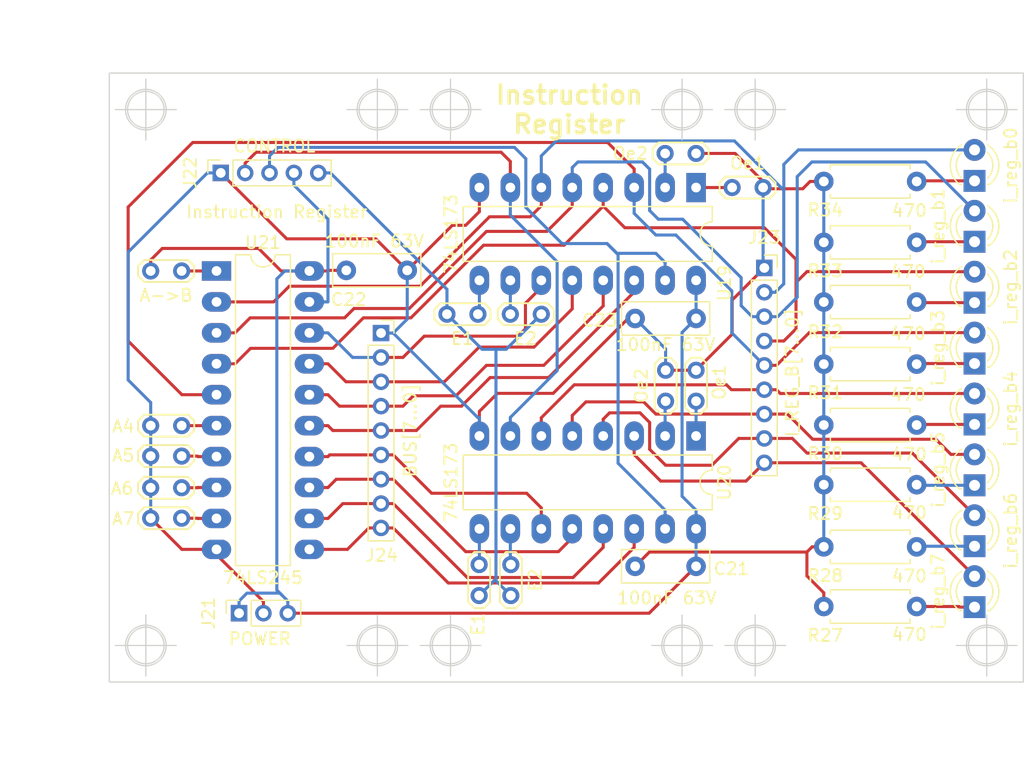
<source format=kicad_pcb>
(kicad_pcb (version 20171130) (host pcbnew 5.1.5+dfsg1-2build2)

  (general
    (thickness 1.6)
    (drawings 35)
    (tracks 357)
    (zones 0)
    (modules 39)
    (nets 44)
  )

  (page A4)
  (title_block
    (title "Instruction Register")
    (date 2021-02-15)
    (rev 2)
    (comment 1 "Tec. Henrique Silva")
  )

  (layers
    (0 F.Cu signal)
    (31 B.Cu signal)
    (32 B.Adhes user)
    (33 F.Adhes user)
    (34 B.Paste user)
    (35 F.Paste user)
    (36 B.SilkS user)
    (37 F.SilkS user)
    (38 B.Mask user)
    (39 F.Mask user)
    (40 Dwgs.User user)
    (41 Cmts.User user)
    (42 Eco1.User user)
    (43 Eco2.User user)
    (44 Edge.Cuts user)
    (45 Margin user)
    (46 B.CrtYd user)
    (47 F.CrtYd user)
    (48 B.Fab user)
    (49 F.Fab user)
  )

  (setup
    (last_trace_width 0.25)
    (trace_clearance 0.2)
    (zone_clearance 0.508)
    (zone_45_only no)
    (trace_min 0.2)
    (via_size 0.8)
    (via_drill 0.4)
    (via_min_size 0.4)
    (via_min_drill 0.3)
    (uvia_size 0.3)
    (uvia_drill 0.1)
    (uvias_allowed no)
    (uvia_min_size 0.2)
    (uvia_min_drill 0.1)
    (edge_width 0.1)
    (segment_width 0.2)
    (pcb_text_width 0.3)
    (pcb_text_size 1.5 1.5)
    (mod_edge_width 0.15)
    (mod_text_size 1 1)
    (mod_text_width 0.15)
    (pad_size 1.524 1.524)
    (pad_drill 0.762)
    (pad_to_mask_clearance 0)
    (aux_axis_origin 0 0)
    (visible_elements FFFFFF7F)
    (pcbplotparams
      (layerselection 0x010fc_ffffffff)
      (usegerberextensions false)
      (usegerberattributes false)
      (usegerberadvancedattributes false)
      (creategerberjobfile false)
      (excludeedgelayer true)
      (linewidth 0.100000)
      (plotframeref false)
      (viasonmask false)
      (mode 1)
      (useauxorigin false)
      (hpglpennumber 1)
      (hpglpenspeed 20)
      (hpglpendiameter 15.000000)
      (psnegative false)
      (psa4output false)
      (plotreference true)
      (plotvalue true)
      (plotinvisibletext false)
      (padsonsilk false)
      (subtractmaskfromsilk false)
      (outputformat 1)
      (mirror false)
      (drillshape 1)
      (scaleselection 1)
      (outputdirectory ""))
  )

  (net 0 "")
  (net 1 GND)
  (net 2 +5V)
  (net 3 i_reg_b7)
  (net 4 "Net-(D19-Pad1)")
  (net 5 i_reg_b6)
  (net 6 "Net-(D20-Pad1)")
  (net 7 i_reg_b5)
  (net 8 "Net-(D21-Pad1)")
  (net 9 i_reg_b4)
  (net 10 "Net-(D22-Pad1)")
  (net 11 i_reg_b3)
  (net 12 "Net-(D23-Pad1)")
  (net 13 i_reg_b2)
  (net 14 "Net-(D24-Pad1)")
  (net 15 i_reg_b1)
  (net 16 "Net-(D25-Pad1)")
  (net 17 i_reg_b0)
  (net 18 "Net-(D26-Pad1)")
  (net 19 \IR_IN)
  (net 20 \IR_OUT)
  (net 21 RESET)
  (net 22 CLOCK)
  (net 23 bus7)
  (net 24 bus6)
  (net 25 bus5)
  (net 26 bus4)
  (net 27 bus3)
  (net 28 bus2)
  (net 29 bus1)
  (net 30 bus0)
  (net 31 "Net-(JP12-Pad2)")
  (net 32 "Net-(JP13-Pad2)")
  (net 33 "Net-(JP14-Pad2)")
  (net 34 "Net-(JP15-Pad2)")
  (net 35 "Net-(JP16-Pad2)")
  (net 36 "Net-(JP17-Pad2)")
  (net 37 "Net-(JP18-Pad2)")
  (net 38 "Net-(JP19-Pad2)")
  (net 39 "Net-(JP20-Pad2)")
  (net 40 "Net-(JP21-Pad2)")
  (net 41 "Net-(JP22-Pad2)")
  (net 42 "Net-(JP23-Pad2)")
  (net 43 "Net-(JP24-Pad2)")

  (net_class Default "This is the default net class."
    (clearance 0.2)
    (trace_width 0.25)
    (via_dia 0.8)
    (via_drill 0.4)
    (uvia_dia 0.3)
    (uvia_drill 0.1)
    (add_net +5V)
    (add_net CLOCK)
    (add_net GND)
    (add_net "Net-(D19-Pad1)")
    (add_net "Net-(D20-Pad1)")
    (add_net "Net-(D21-Pad1)")
    (add_net "Net-(D22-Pad1)")
    (add_net "Net-(D23-Pad1)")
    (add_net "Net-(D24-Pad1)")
    (add_net "Net-(D25-Pad1)")
    (add_net "Net-(D26-Pad1)")
    (add_net "Net-(JP12-Pad2)")
    (add_net "Net-(JP13-Pad2)")
    (add_net "Net-(JP14-Pad2)")
    (add_net "Net-(JP15-Pad2)")
    (add_net "Net-(JP16-Pad2)")
    (add_net "Net-(JP17-Pad2)")
    (add_net "Net-(JP18-Pad2)")
    (add_net "Net-(JP19-Pad2)")
    (add_net "Net-(JP20-Pad2)")
    (add_net "Net-(JP21-Pad2)")
    (add_net "Net-(JP22-Pad2)")
    (add_net "Net-(JP23-Pad2)")
    (add_net "Net-(JP24-Pad2)")
    (add_net RESET)
    (add_net \IR_IN)
    (add_net \IR_OUT)
    (add_net bus0)
    (add_net bus1)
    (add_net bus2)
    (add_net bus3)
    (add_net bus4)
    (add_net bus5)
    (add_net bus6)
    (add_net bus7)
    (add_net i_reg_b0)
    (add_net i_reg_b1)
    (add_net i_reg_b2)
    (add_net i_reg_b3)
    (add_net i_reg_b4)
    (add_net i_reg_b5)
    (add_net i_reg_b6)
    (add_net i_reg_b7)
  )

  (module Package_DIP:DIP-20_W7.62mm_LongPads (layer F.Cu) (tedit 5A02E8C5) (tstamp 6011D417)
    (at 136.05 97.25)
    (descr "20-lead though-hole mounted DIP package, row spacing 7.62 mm (300 mils), LongPads")
    (tags "THT DIP DIL PDIP 2.54mm 7.62mm 300mil LongPads")
    (path /6029032F)
    (fp_text reference U21 (at 3.81 -2.33) (layer F.SilkS)
      (effects (font (size 1 1) (thickness 0.15)))
    )
    (fp_text value 74LS245 (at 3.81 25.19) (layer F.SilkS)
      (effects (font (size 1 1) (thickness 0.15)))
    )
    (fp_arc (start 3.81 -1.33) (end 2.81 -1.33) (angle -180) (layer F.SilkS) (width 0.12))
    (fp_line (start 1.635 -1.27) (end 6.985 -1.27) (layer F.Fab) (width 0.1))
    (fp_line (start 6.985 -1.27) (end 6.985 24.13) (layer F.Fab) (width 0.1))
    (fp_line (start 6.985 24.13) (end 0.635 24.13) (layer F.Fab) (width 0.1))
    (fp_line (start 0.635 24.13) (end 0.635 -0.27) (layer F.Fab) (width 0.1))
    (fp_line (start 0.635 -0.27) (end 1.635 -1.27) (layer F.Fab) (width 0.1))
    (fp_line (start 2.81 -1.33) (end 1.56 -1.33) (layer F.SilkS) (width 0.12))
    (fp_line (start 1.56 -1.33) (end 1.56 24.19) (layer F.SilkS) (width 0.12))
    (fp_line (start 1.56 24.19) (end 6.06 24.19) (layer F.SilkS) (width 0.12))
    (fp_line (start 6.06 24.19) (end 6.06 -1.33) (layer F.SilkS) (width 0.12))
    (fp_line (start 6.06 -1.33) (end 4.81 -1.33) (layer F.SilkS) (width 0.12))
    (fp_line (start -1.45 -1.55) (end -1.45 24.4) (layer F.CrtYd) (width 0.05))
    (fp_line (start -1.45 24.4) (end 9.1 24.4) (layer F.CrtYd) (width 0.05))
    (fp_line (start 9.1 24.4) (end 9.1 -1.55) (layer F.CrtYd) (width 0.05))
    (fp_line (start 9.1 -1.55) (end -1.45 -1.55) (layer F.CrtYd) (width 0.05))
    (fp_text user %R (at 3.81 11.43) (layer F.Fab)
      (effects (font (size 1 1) (thickness 0.15)))
    )
    (pad 1 thru_hole rect (at 0 0) (size 2.4 1.6) (drill 0.8) (layers *.Cu *.Mask)
      (net 43 "Net-(JP24-Pad2)"))
    (pad 11 thru_hole oval (at 7.62 22.86) (size 2.4 1.6) (drill 0.8) (layers *.Cu *.Mask)
      (net 23 bus7))
    (pad 2 thru_hole oval (at 0 2.54) (size 2.4 1.6) (drill 0.8) (layers *.Cu *.Mask)
      (net 17 i_reg_b0))
    (pad 12 thru_hole oval (at 7.62 20.32) (size 2.4 1.6) (drill 0.8) (layers *.Cu *.Mask)
      (net 24 bus6))
    (pad 3 thru_hole oval (at 0 5.08) (size 2.4 1.6) (drill 0.8) (layers *.Cu *.Mask)
      (net 15 i_reg_b1))
    (pad 13 thru_hole oval (at 7.62 17.78) (size 2.4 1.6) (drill 0.8) (layers *.Cu *.Mask)
      (net 25 bus5))
    (pad 4 thru_hole oval (at 0 7.62) (size 2.4 1.6) (drill 0.8) (layers *.Cu *.Mask)
      (net 13 i_reg_b2))
    (pad 14 thru_hole oval (at 7.62 15.24) (size 2.4 1.6) (drill 0.8) (layers *.Cu *.Mask)
      (net 26 bus4))
    (pad 5 thru_hole oval (at 0 10.16) (size 2.4 1.6) (drill 0.8) (layers *.Cu *.Mask)
      (net 11 i_reg_b3))
    (pad 15 thru_hole oval (at 7.62 12.7) (size 2.4 1.6) (drill 0.8) (layers *.Cu *.Mask)
      (net 27 bus3))
    (pad 6 thru_hole oval (at 0 12.7) (size 2.4 1.6) (drill 0.8) (layers *.Cu *.Mask)
      (net 39 "Net-(JP20-Pad2)"))
    (pad 16 thru_hole oval (at 7.62 10.16) (size 2.4 1.6) (drill 0.8) (layers *.Cu *.Mask)
      (net 28 bus2))
    (pad 7 thru_hole oval (at 0 15.24) (size 2.4 1.6) (drill 0.8) (layers *.Cu *.Mask)
      (net 40 "Net-(JP21-Pad2)"))
    (pad 17 thru_hole oval (at 7.62 7.62) (size 2.4 1.6) (drill 0.8) (layers *.Cu *.Mask)
      (net 29 bus1))
    (pad 8 thru_hole oval (at 0 17.78) (size 2.4 1.6) (drill 0.8) (layers *.Cu *.Mask)
      (net 41 "Net-(JP22-Pad2)"))
    (pad 18 thru_hole oval (at 7.62 5.08) (size 2.4 1.6) (drill 0.8) (layers *.Cu *.Mask)
      (net 30 bus0))
    (pad 9 thru_hole oval (at 0 20.32) (size 2.4 1.6) (drill 0.8) (layers *.Cu *.Mask)
      (net 42 "Net-(JP23-Pad2)"))
    (pad 19 thru_hole oval (at 7.62 2.54) (size 2.4 1.6) (drill 0.8) (layers *.Cu *.Mask)
      (net 20 \IR_OUT))
    (pad 10 thru_hole oval (at 0 22.86) (size 2.4 1.6) (drill 0.8) (layers *.Cu *.Mask)
      (net 1 GND))
    (pad 20 thru_hole oval (at 7.62 0) (size 2.4 1.6) (drill 0.8) (layers *.Cu *.Mask)
      (net 2 +5V))
    (model ${KISYS3DMOD}/Package_DIP.3dshapes/DIP-20_W7.62mm.wrl
      (at (xyz 0 0 0))
      (scale (xyz 1 1 1))
      (rotate (xyz 0 0 0))
    )
  )

  (module Package_DIP:DIP-16_W7.62mm_LongPads (layer F.Cu) (tedit 5A02E8C5) (tstamp 60120578)
    (at 175.4 110.8 270)
    (descr "16-lead though-hole mounted DIP package, row spacing 7.62 mm (300 mils), LongPads")
    (tags "THT DIP DIL PDIP 2.54mm 7.62mm 300mil LongPads")
    (path /60290329)
    (fp_text reference U20 (at 3.81 -2.33 90) (layer F.SilkS)
      (effects (font (size 1 1) (thickness 0.15)))
    )
    (fp_text value 74LS173 (at 3.81 20.11 90) (layer F.SilkS)
      (effects (font (size 1 1) (thickness 0.15)))
    )
    (fp_arc (start 3.81 -1.33) (end 2.81 -1.33) (angle -180) (layer F.SilkS) (width 0.12))
    (fp_line (start 1.635 -1.27) (end 6.985 -1.27) (layer F.Fab) (width 0.1))
    (fp_line (start 6.985 -1.27) (end 6.985 19.05) (layer F.Fab) (width 0.1))
    (fp_line (start 6.985 19.05) (end 0.635 19.05) (layer F.Fab) (width 0.1))
    (fp_line (start 0.635 19.05) (end 0.635 -0.27) (layer F.Fab) (width 0.1))
    (fp_line (start 0.635 -0.27) (end 1.635 -1.27) (layer F.Fab) (width 0.1))
    (fp_line (start 2.81 -1.33) (end 1.56 -1.33) (layer F.SilkS) (width 0.12))
    (fp_line (start 1.56 -1.33) (end 1.56 19.11) (layer F.SilkS) (width 0.12))
    (fp_line (start 1.56 19.11) (end 6.06 19.11) (layer F.SilkS) (width 0.12))
    (fp_line (start 6.06 19.11) (end 6.06 -1.33) (layer F.SilkS) (width 0.12))
    (fp_line (start 6.06 -1.33) (end 4.81 -1.33) (layer F.SilkS) (width 0.12))
    (fp_line (start -1.45 -1.55) (end -1.45 19.3) (layer F.CrtYd) (width 0.05))
    (fp_line (start -1.45 19.3) (end 9.1 19.3) (layer F.CrtYd) (width 0.05))
    (fp_line (start 9.1 19.3) (end 9.1 -1.55) (layer F.CrtYd) (width 0.05))
    (fp_line (start 9.1 -1.55) (end -1.45 -1.55) (layer F.CrtYd) (width 0.05))
    (fp_text user %R (at 3.81 8.89 90) (layer F.Fab)
      (effects (font (size 1 1) (thickness 0.15)))
    )
    (pad 1 thru_hole rect (at 0 0 270) (size 2.4 1.6) (drill 0.8) (layers *.Cu *.Mask)
      (net 37 "Net-(JP18-Pad2)"))
    (pad 9 thru_hole oval (at 7.62 17.78 270) (size 2.4 1.6) (drill 0.8) (layers *.Cu *.Mask)
      (net 38 "Net-(JP19-Pad2)"))
    (pad 2 thru_hole oval (at 0 2.54 270) (size 2.4 1.6) (drill 0.8) (layers *.Cu *.Mask)
      (net 35 "Net-(JP16-Pad2)"))
    (pad 10 thru_hole oval (at 7.62 15.24 270) (size 2.4 1.6) (drill 0.8) (layers *.Cu *.Mask)
      (net 36 "Net-(JP17-Pad2)"))
    (pad 3 thru_hole oval (at 0 5.08 270) (size 2.4 1.6) (drill 0.8) (layers *.Cu *.Mask)
      (net 3 i_reg_b7))
    (pad 11 thru_hole oval (at 7.62 12.7 270) (size 2.4 1.6) (drill 0.8) (layers *.Cu *.Mask)
      (net 26 bus4))
    (pad 4 thru_hole oval (at 0 7.62 270) (size 2.4 1.6) (drill 0.8) (layers *.Cu *.Mask)
      (net 5 i_reg_b6))
    (pad 12 thru_hole oval (at 7.62 10.16 270) (size 2.4 1.6) (drill 0.8) (layers *.Cu *.Mask)
      (net 25 bus5))
    (pad 5 thru_hole oval (at 0 10.16 270) (size 2.4 1.6) (drill 0.8) (layers *.Cu *.Mask)
      (net 7 i_reg_b5))
    (pad 13 thru_hole oval (at 7.62 7.62 270) (size 2.4 1.6) (drill 0.8) (layers *.Cu *.Mask)
      (net 24 bus6))
    (pad 6 thru_hole oval (at 0 12.7 270) (size 2.4 1.6) (drill 0.8) (layers *.Cu *.Mask)
      (net 9 i_reg_b4))
    (pad 14 thru_hole oval (at 7.62 5.08 270) (size 2.4 1.6) (drill 0.8) (layers *.Cu *.Mask)
      (net 23 bus7))
    (pad 7 thru_hole oval (at 0 15.24 270) (size 2.4 1.6) (drill 0.8) (layers *.Cu *.Mask)
      (net 22 CLOCK))
    (pad 15 thru_hole oval (at 7.62 2.54 270) (size 2.4 1.6) (drill 0.8) (layers *.Cu *.Mask)
      (net 21 RESET))
    (pad 8 thru_hole oval (at 0 17.78 270) (size 2.4 1.6) (drill 0.8) (layers *.Cu *.Mask)
      (net 1 GND))
    (pad 16 thru_hole oval (at 7.62 0 270) (size 2.4 1.6) (drill 0.8) (layers *.Cu *.Mask)
      (net 2 +5V))
    (model ${KISYS3DMOD}/Package_DIP.3dshapes/DIP-16_W7.62mm.wrl
      (at (xyz 0 0 0))
      (scale (xyz 1 1 1))
      (rotate (xyz 0 0 0))
    )
  )

  (module Package_DIP:DIP-16_W7.62mm_LongPads (layer F.Cu) (tedit 5A02E8C5) (tstamp 601205E1)
    (at 175.4 90.4 270)
    (descr "16-lead though-hole mounted DIP package, row spacing 7.62 mm (300 mils), LongPads")
    (tags "THT DIP DIL PDIP 2.54mm 7.62mm 300mil LongPads")
    (path /60290323)
    (fp_text reference U19 (at 7.85 -2.33 90) (layer F.SilkS)
      (effects (font (size 1 1) (thickness 0.15)))
    )
    (fp_text value 74LS173 (at 3.81 20.11 90) (layer F.SilkS)
      (effects (font (size 1 1) (thickness 0.15)))
    )
    (fp_text user %R (at 3.81 8.89 90) (layer F.Fab)
      (effects (font (size 1 1) (thickness 0.15)))
    )
    (fp_line (start 9.1 -1.55) (end -1.45 -1.55) (layer F.CrtYd) (width 0.05))
    (fp_line (start 9.1 19.3) (end 9.1 -1.55) (layer F.CrtYd) (width 0.05))
    (fp_line (start -1.45 19.3) (end 9.1 19.3) (layer F.CrtYd) (width 0.05))
    (fp_line (start -1.45 -1.55) (end -1.45 19.3) (layer F.CrtYd) (width 0.05))
    (fp_line (start 6.06 -1.33) (end 4.81 -1.33) (layer F.SilkS) (width 0.12))
    (fp_line (start 6.06 19.11) (end 6.06 -1.33) (layer F.SilkS) (width 0.12))
    (fp_line (start 1.56 19.11) (end 6.06 19.11) (layer F.SilkS) (width 0.12))
    (fp_line (start 1.56 -1.33) (end 1.56 19.11) (layer F.SilkS) (width 0.12))
    (fp_line (start 2.81 -1.33) (end 1.56 -1.33) (layer F.SilkS) (width 0.12))
    (fp_line (start 0.635 -0.27) (end 1.635 -1.27) (layer F.Fab) (width 0.1))
    (fp_line (start 0.635 19.05) (end 0.635 -0.27) (layer F.Fab) (width 0.1))
    (fp_line (start 6.985 19.05) (end 0.635 19.05) (layer F.Fab) (width 0.1))
    (fp_line (start 6.985 -1.27) (end 6.985 19.05) (layer F.Fab) (width 0.1))
    (fp_line (start 1.635 -1.27) (end 6.985 -1.27) (layer F.Fab) (width 0.1))
    (fp_arc (start 3.81 -1.33) (end 2.81 -1.33) (angle -180) (layer F.SilkS) (width 0.12))
    (pad 16 thru_hole oval (at 7.62 0 270) (size 2.4 1.6) (drill 0.8) (layers *.Cu *.Mask)
      (net 2 +5V))
    (pad 8 thru_hole oval (at 0 17.78 270) (size 2.4 1.6) (drill 0.8) (layers *.Cu *.Mask)
      (net 1 GND))
    (pad 15 thru_hole oval (at 7.62 2.54 270) (size 2.4 1.6) (drill 0.8) (layers *.Cu *.Mask)
      (net 21 RESET))
    (pad 7 thru_hole oval (at 0 15.24 270) (size 2.4 1.6) (drill 0.8) (layers *.Cu *.Mask)
      (net 22 CLOCK))
    (pad 14 thru_hole oval (at 7.62 5.08 270) (size 2.4 1.6) (drill 0.8) (layers *.Cu *.Mask)
      (net 27 bus3))
    (pad 6 thru_hole oval (at 0 12.7 270) (size 2.4 1.6) (drill 0.8) (layers *.Cu *.Mask)
      (net 17 i_reg_b0))
    (pad 13 thru_hole oval (at 7.62 7.62 270) (size 2.4 1.6) (drill 0.8) (layers *.Cu *.Mask)
      (net 28 bus2))
    (pad 5 thru_hole oval (at 0 10.16 270) (size 2.4 1.6) (drill 0.8) (layers *.Cu *.Mask)
      (net 15 i_reg_b1))
    (pad 12 thru_hole oval (at 7.62 10.16 270) (size 2.4 1.6) (drill 0.8) (layers *.Cu *.Mask)
      (net 29 bus1))
    (pad 4 thru_hole oval (at 0 7.62 270) (size 2.4 1.6) (drill 0.8) (layers *.Cu *.Mask)
      (net 13 i_reg_b2))
    (pad 11 thru_hole oval (at 7.62 12.7 270) (size 2.4 1.6) (drill 0.8) (layers *.Cu *.Mask)
      (net 30 bus0))
    (pad 3 thru_hole oval (at 0 5.08 270) (size 2.4 1.6) (drill 0.8) (layers *.Cu *.Mask)
      (net 11 i_reg_b3))
    (pad 10 thru_hole oval (at 7.62 15.24 270) (size 2.4 1.6) (drill 0.8) (layers *.Cu *.Mask)
      (net 32 "Net-(JP13-Pad2)"))
    (pad 2 thru_hole oval (at 0 2.54 270) (size 2.4 1.6) (drill 0.8) (layers *.Cu *.Mask)
      (net 31 "Net-(JP12-Pad2)"))
    (pad 9 thru_hole oval (at 7.62 17.78 270) (size 2.4 1.6) (drill 0.8) (layers *.Cu *.Mask)
      (net 34 "Net-(JP15-Pad2)"))
    (pad 1 thru_hole rect (at 0 0 270) (size 2.4 1.6) (drill 0.8) (layers *.Cu *.Mask)
      (net 33 "Net-(JP14-Pad2)"))
    (model ${KISYS3DMOD}/Package_DIP.3dshapes/DIP-16_W7.62mm.wrl
      (at (xyz 0 0 0))
      (scale (xyz 1 1 1))
      (rotate (xyz 0 0 0))
    )
  )

  (module Resistor_THT:R_Axial_DIN0207_L6.3mm_D2.5mm_P7.62mm_Horizontal (layer F.Cu) (tedit 5AE5139B) (tstamp 6011DA01)
    (at 193.5 89.9 180)
    (descr "Resistor, Axial_DIN0207 series, Axial, Horizontal, pin pitch=7.62mm, 0.25W = 1/4W, length*diameter=6.3*2.5mm^2, http://cdn-reichelt.de/documents/datenblatt/B400/1_4W%23YAG.pdf")
    (tags "Resistor Axial_DIN0207 series Axial Horizontal pin pitch 7.62mm 0.25W = 1/4W length 6.3mm diameter 2.5mm")
    (path /6010E283)
    (fp_text reference R34 (at 7.5 -2.35) (layer F.SilkS)
      (effects (font (size 1 1) (thickness 0.15)))
    )
    (fp_text value 470 (at 0.6 -2.4) (layer F.SilkS)
      (effects (font (size 1 1) (thickness 0.15)))
    )
    (fp_line (start 0.66 -1.25) (end 0.66 1.25) (layer F.Fab) (width 0.1))
    (fp_line (start 0.66 1.25) (end 6.96 1.25) (layer F.Fab) (width 0.1))
    (fp_line (start 6.96 1.25) (end 6.96 -1.25) (layer F.Fab) (width 0.1))
    (fp_line (start 6.96 -1.25) (end 0.66 -1.25) (layer F.Fab) (width 0.1))
    (fp_line (start 0 0) (end 0.66 0) (layer F.Fab) (width 0.1))
    (fp_line (start 7.62 0) (end 6.96 0) (layer F.Fab) (width 0.1))
    (fp_line (start 0.54 -1.04) (end 0.54 -1.37) (layer F.SilkS) (width 0.12))
    (fp_line (start 0.54 -1.37) (end 7.08 -1.37) (layer F.SilkS) (width 0.12))
    (fp_line (start 7.08 -1.37) (end 7.08 -1.04) (layer F.SilkS) (width 0.12))
    (fp_line (start 0.54 1.04) (end 0.54 1.37) (layer F.SilkS) (width 0.12))
    (fp_line (start 0.54 1.37) (end 7.08 1.37) (layer F.SilkS) (width 0.12))
    (fp_line (start 7.08 1.37) (end 7.08 1.04) (layer F.SilkS) (width 0.12))
    (fp_line (start -1.05 -1.5) (end -1.05 1.5) (layer F.CrtYd) (width 0.05))
    (fp_line (start -1.05 1.5) (end 8.67 1.5) (layer F.CrtYd) (width 0.05))
    (fp_line (start 8.67 1.5) (end 8.67 -1.5) (layer F.CrtYd) (width 0.05))
    (fp_line (start 8.67 -1.5) (end -1.05 -1.5) (layer F.CrtYd) (width 0.05))
    (fp_text user %R (at 3.81 0) (layer F.Fab)
      (effects (font (size 1 1) (thickness 0.15)))
    )
    (pad 1 thru_hole circle (at 0 0 180) (size 1.6 1.6) (drill 0.8) (layers *.Cu *.Mask)
      (net 18 "Net-(D26-Pad1)"))
    (pad 2 thru_hole oval (at 7.62 0 180) (size 1.6 1.6) (drill 0.8) (layers *.Cu *.Mask)
      (net 1 GND))
    (model ${KISYS3DMOD}/Resistor_THT.3dshapes/R_Axial_DIN0207_L6.3mm_D2.5mm_P7.62mm_Horizontal.wrl
      (at (xyz 0 0 0))
      (scale (xyz 1 1 1))
      (rotate (xyz 0 0 0))
    )
  )

  (module Resistor_THT:R_Axial_DIN0207_L6.3mm_D2.5mm_P7.62mm_Horizontal (layer F.Cu) (tedit 5AE5139B) (tstamp 60119A24)
    (at 193.5 94.9 180)
    (descr "Resistor, Axial_DIN0207 series, Axial, Horizontal, pin pitch=7.62mm, 0.25W = 1/4W, length*diameter=6.3*2.5mm^2, http://cdn-reichelt.de/documents/datenblatt/B400/1_4W%23YAG.pdf")
    (tags "Resistor Axial_DIN0207 series Axial Horizontal pin pitch 7.62mm 0.25W = 1/4W length 6.3mm diameter 2.5mm")
    (path /6010E27D)
    (fp_text reference R33 (at 7.5 -2.35) (layer F.SilkS)
      (effects (font (size 1 1) (thickness 0.15)))
    )
    (fp_text value 470 (at 0.7 -2.4) (layer F.SilkS)
      (effects (font (size 1 1) (thickness 0.15)))
    )
    (fp_line (start 0.66 -1.25) (end 0.66 1.25) (layer F.Fab) (width 0.1))
    (fp_line (start 0.66 1.25) (end 6.96 1.25) (layer F.Fab) (width 0.1))
    (fp_line (start 6.96 1.25) (end 6.96 -1.25) (layer F.Fab) (width 0.1))
    (fp_line (start 6.96 -1.25) (end 0.66 -1.25) (layer F.Fab) (width 0.1))
    (fp_line (start 0 0) (end 0.66 0) (layer F.Fab) (width 0.1))
    (fp_line (start 7.62 0) (end 6.96 0) (layer F.Fab) (width 0.1))
    (fp_line (start 0.54 -1.04) (end 0.54 -1.37) (layer F.SilkS) (width 0.12))
    (fp_line (start 0.54 -1.37) (end 7.08 -1.37) (layer F.SilkS) (width 0.12))
    (fp_line (start 7.08 -1.37) (end 7.08 -1.04) (layer F.SilkS) (width 0.12))
    (fp_line (start 0.54 1.04) (end 0.54 1.37) (layer F.SilkS) (width 0.12))
    (fp_line (start 0.54 1.37) (end 7.08 1.37) (layer F.SilkS) (width 0.12))
    (fp_line (start 7.08 1.37) (end 7.08 1.04) (layer F.SilkS) (width 0.12))
    (fp_line (start -1.05 -1.5) (end -1.05 1.5) (layer F.CrtYd) (width 0.05))
    (fp_line (start -1.05 1.5) (end 8.67 1.5) (layer F.CrtYd) (width 0.05))
    (fp_line (start 8.67 1.5) (end 8.67 -1.5) (layer F.CrtYd) (width 0.05))
    (fp_line (start 8.67 -1.5) (end -1.05 -1.5) (layer F.CrtYd) (width 0.05))
    (fp_text user %R (at 3.81 0) (layer F.Fab)
      (effects (font (size 1 1) (thickness 0.15)))
    )
    (pad 1 thru_hole circle (at 0 0 180) (size 1.6 1.6) (drill 0.8) (layers *.Cu *.Mask)
      (net 16 "Net-(D25-Pad1)"))
    (pad 2 thru_hole oval (at 7.62 0 180) (size 1.6 1.6) (drill 0.8) (layers *.Cu *.Mask)
      (net 1 GND))
    (model ${KISYS3DMOD}/Resistor_THT.3dshapes/R_Axial_DIN0207_L6.3mm_D2.5mm_P7.62mm_Horizontal.wrl
      (at (xyz 0 0 0))
      (scale (xyz 1 1 1))
      (rotate (xyz 0 0 0))
    )
  )

  (module Resistor_THT:R_Axial_DIN0207_L6.3mm_D2.5mm_P7.62mm_Horizontal (layer F.Cu) (tedit 5AE5139B) (tstamp 60119A0D)
    (at 193.5 99.8 180)
    (descr "Resistor, Axial_DIN0207 series, Axial, Horizontal, pin pitch=7.62mm, 0.25W = 1/4W, length*diameter=6.3*2.5mm^2, http://cdn-reichelt.de/documents/datenblatt/B400/1_4W%23YAG.pdf")
    (tags "Resistor Axial_DIN0207 series Axial Horizontal pin pitch 7.62mm 0.25W = 1/4W length 6.3mm diameter 2.5mm")
    (path /6010E277)
    (fp_text reference R32 (at 7.5 -2.45) (layer F.SilkS)
      (effects (font (size 1 1) (thickness 0.15)))
    )
    (fp_text value 470 (at 0.7 -2.6) (layer F.SilkS)
      (effects (font (size 1 1) (thickness 0.15)))
    )
    (fp_line (start 0.66 -1.25) (end 0.66 1.25) (layer F.Fab) (width 0.1))
    (fp_line (start 0.66 1.25) (end 6.96 1.25) (layer F.Fab) (width 0.1))
    (fp_line (start 6.96 1.25) (end 6.96 -1.25) (layer F.Fab) (width 0.1))
    (fp_line (start 6.96 -1.25) (end 0.66 -1.25) (layer F.Fab) (width 0.1))
    (fp_line (start 0 0) (end 0.66 0) (layer F.Fab) (width 0.1))
    (fp_line (start 7.62 0) (end 6.96 0) (layer F.Fab) (width 0.1))
    (fp_line (start 0.54 -1.04) (end 0.54 -1.37) (layer F.SilkS) (width 0.12))
    (fp_line (start 0.54 -1.37) (end 7.08 -1.37) (layer F.SilkS) (width 0.12))
    (fp_line (start 7.08 -1.37) (end 7.08 -1.04) (layer F.SilkS) (width 0.12))
    (fp_line (start 0.54 1.04) (end 0.54 1.37) (layer F.SilkS) (width 0.12))
    (fp_line (start 0.54 1.37) (end 7.08 1.37) (layer F.SilkS) (width 0.12))
    (fp_line (start 7.08 1.37) (end 7.08 1.04) (layer F.SilkS) (width 0.12))
    (fp_line (start -1.05 -1.5) (end -1.05 1.5) (layer F.CrtYd) (width 0.05))
    (fp_line (start -1.05 1.5) (end 8.67 1.5) (layer F.CrtYd) (width 0.05))
    (fp_line (start 8.67 1.5) (end 8.67 -1.5) (layer F.CrtYd) (width 0.05))
    (fp_line (start 8.67 -1.5) (end -1.05 -1.5) (layer F.CrtYd) (width 0.05))
    (fp_text user %R (at 3.81 0) (layer F.Fab)
      (effects (font (size 1 1) (thickness 0.15)))
    )
    (pad 1 thru_hole circle (at 0 0 180) (size 1.6 1.6) (drill 0.8) (layers *.Cu *.Mask)
      (net 14 "Net-(D24-Pad1)"))
    (pad 2 thru_hole oval (at 7.62 0 180) (size 1.6 1.6) (drill 0.8) (layers *.Cu *.Mask)
      (net 1 GND))
    (model ${KISYS3DMOD}/Resistor_THT.3dshapes/R_Axial_DIN0207_L6.3mm_D2.5mm_P7.62mm_Horizontal.wrl
      (at (xyz 0 0 0))
      (scale (xyz 1 1 1))
      (rotate (xyz 0 0 0))
    )
  )

  (module Resistor_THT:R_Axial_DIN0207_L6.3mm_D2.5mm_P7.62mm_Horizontal (layer F.Cu) (tedit 5AE5139B) (tstamp 601199F6)
    (at 193.5 104.9 180)
    (descr "Resistor, Axial_DIN0207 series, Axial, Horizontal, pin pitch=7.62mm, 0.25W = 1/4W, length*diameter=6.3*2.5mm^2, http://cdn-reichelt.de/documents/datenblatt/B400/1_4W%23YAG.pdf")
    (tags "Resistor Axial_DIN0207 series Axial Horizontal pin pitch 7.62mm 0.25W = 1/4W length 6.3mm diameter 2.5mm")
    (path /6010E271)
    (fp_text reference R31 (at 7.5 -2.35) (layer F.SilkS)
      (effects (font (size 1 1) (thickness 0.15)))
    )
    (fp_text value 470 (at 0.7 -2.5) (layer F.SilkS)
      (effects (font (size 1 1) (thickness 0.15)))
    )
    (fp_line (start 0.66 -1.25) (end 0.66 1.25) (layer F.Fab) (width 0.1))
    (fp_line (start 0.66 1.25) (end 6.96 1.25) (layer F.Fab) (width 0.1))
    (fp_line (start 6.96 1.25) (end 6.96 -1.25) (layer F.Fab) (width 0.1))
    (fp_line (start 6.96 -1.25) (end 0.66 -1.25) (layer F.Fab) (width 0.1))
    (fp_line (start 0 0) (end 0.66 0) (layer F.Fab) (width 0.1))
    (fp_line (start 7.62 0) (end 6.96 0) (layer F.Fab) (width 0.1))
    (fp_line (start 0.54 -1.04) (end 0.54 -1.37) (layer F.SilkS) (width 0.12))
    (fp_line (start 0.54 -1.37) (end 7.08 -1.37) (layer F.SilkS) (width 0.12))
    (fp_line (start 7.08 -1.37) (end 7.08 -1.04) (layer F.SilkS) (width 0.12))
    (fp_line (start 0.54 1.04) (end 0.54 1.37) (layer F.SilkS) (width 0.12))
    (fp_line (start 0.54 1.37) (end 7.08 1.37) (layer F.SilkS) (width 0.12))
    (fp_line (start 7.08 1.37) (end 7.08 1.04) (layer F.SilkS) (width 0.12))
    (fp_line (start -1.05 -1.5) (end -1.05 1.5) (layer F.CrtYd) (width 0.05))
    (fp_line (start -1.05 1.5) (end 8.67 1.5) (layer F.CrtYd) (width 0.05))
    (fp_line (start 8.67 1.5) (end 8.67 -1.5) (layer F.CrtYd) (width 0.05))
    (fp_line (start 8.67 -1.5) (end -1.05 -1.5) (layer F.CrtYd) (width 0.05))
    (fp_text user %R (at 3.81 0) (layer F.Fab)
      (effects (font (size 1 1) (thickness 0.15)))
    )
    (pad 1 thru_hole circle (at 0 0 180) (size 1.6 1.6) (drill 0.8) (layers *.Cu *.Mask)
      (net 12 "Net-(D23-Pad1)"))
    (pad 2 thru_hole oval (at 7.62 0 180) (size 1.6 1.6) (drill 0.8) (layers *.Cu *.Mask)
      (net 1 GND))
    (model ${KISYS3DMOD}/Resistor_THT.3dshapes/R_Axial_DIN0207_L6.3mm_D2.5mm_P7.62mm_Horizontal.wrl
      (at (xyz 0 0 0))
      (scale (xyz 1 1 1))
      (rotate (xyz 0 0 0))
    )
  )

  (module Resistor_THT:R_Axial_DIN0207_L6.3mm_D2.5mm_P7.62mm_Horizontal (layer F.Cu) (tedit 5AE5139B) (tstamp 601199DF)
    (at 193.5 109.9 180)
    (descr "Resistor, Axial_DIN0207 series, Axial, Horizontal, pin pitch=7.62mm, 0.25W = 1/4W, length*diameter=6.3*2.5mm^2, http://cdn-reichelt.de/documents/datenblatt/B400/1_4W%23YAG.pdf")
    (tags "Resistor Axial_DIN0207 series Axial Horizontal pin pitch 7.62mm 0.25W = 1/4W length 6.3mm diameter 2.5mm")
    (path /6010823C)
    (fp_text reference R30 (at 7.5 -2.35) (layer F.SilkS)
      (effects (font (size 1 1) (thickness 0.15)))
    )
    (fp_text value 470 (at 0.6 -2.4) (layer F.SilkS)
      (effects (font (size 1 1) (thickness 0.15)))
    )
    (fp_line (start 0.66 -1.25) (end 0.66 1.25) (layer F.Fab) (width 0.1))
    (fp_line (start 0.66 1.25) (end 6.96 1.25) (layer F.Fab) (width 0.1))
    (fp_line (start 6.96 1.25) (end 6.96 -1.25) (layer F.Fab) (width 0.1))
    (fp_line (start 6.96 -1.25) (end 0.66 -1.25) (layer F.Fab) (width 0.1))
    (fp_line (start 0 0) (end 0.66 0) (layer F.Fab) (width 0.1))
    (fp_line (start 7.62 0) (end 6.96 0) (layer F.Fab) (width 0.1))
    (fp_line (start 0.54 -1.04) (end 0.54 -1.37) (layer F.SilkS) (width 0.12))
    (fp_line (start 0.54 -1.37) (end 7.08 -1.37) (layer F.SilkS) (width 0.12))
    (fp_line (start 7.08 -1.37) (end 7.08 -1.04) (layer F.SilkS) (width 0.12))
    (fp_line (start 0.54 1.04) (end 0.54 1.37) (layer F.SilkS) (width 0.12))
    (fp_line (start 0.54 1.37) (end 7.08 1.37) (layer F.SilkS) (width 0.12))
    (fp_line (start 7.08 1.37) (end 7.08 1.04) (layer F.SilkS) (width 0.12))
    (fp_line (start -1.05 -1.5) (end -1.05 1.5) (layer F.CrtYd) (width 0.05))
    (fp_line (start -1.05 1.5) (end 8.67 1.5) (layer F.CrtYd) (width 0.05))
    (fp_line (start 8.67 1.5) (end 8.67 -1.5) (layer F.CrtYd) (width 0.05))
    (fp_line (start 8.67 -1.5) (end -1.05 -1.5) (layer F.CrtYd) (width 0.05))
    (fp_text user %R (at 3.81 0) (layer F.Fab)
      (effects (font (size 1 1) (thickness 0.15)))
    )
    (pad 1 thru_hole circle (at 0 0 180) (size 1.6 1.6) (drill 0.8) (layers *.Cu *.Mask)
      (net 10 "Net-(D22-Pad1)"))
    (pad 2 thru_hole oval (at 7.62 0 180) (size 1.6 1.6) (drill 0.8) (layers *.Cu *.Mask)
      (net 1 GND))
    (model ${KISYS3DMOD}/Resistor_THT.3dshapes/R_Axial_DIN0207_L6.3mm_D2.5mm_P7.62mm_Horizontal.wrl
      (at (xyz 0 0 0))
      (scale (xyz 1 1 1))
      (rotate (xyz 0 0 0))
    )
  )

  (module Resistor_THT:R_Axial_DIN0207_L6.3mm_D2.5mm_P7.62mm_Horizontal (layer F.Cu) (tedit 5AE5139B) (tstamp 601199C8)
    (at 193.5 114.8 180)
    (descr "Resistor, Axial_DIN0207 series, Axial, Horizontal, pin pitch=7.62mm, 0.25W = 1/4W, length*diameter=6.3*2.5mm^2, http://cdn-reichelt.de/documents/datenblatt/B400/1_4W%23YAG.pdf")
    (tags "Resistor Axial_DIN0207 series Axial Horizontal pin pitch 7.62mm 0.25W = 1/4W length 6.3mm diameter 2.5mm")
    (path /60108236)
    (fp_text reference R29 (at 7.5 -2.37) (layer F.SilkS)
      (effects (font (size 1 1) (thickness 0.15)))
    )
    (fp_text value 470 (at 0.6 -2.3) (layer F.SilkS)
      (effects (font (size 1 1) (thickness 0.15)))
    )
    (fp_text user %R (at 3.81 0) (layer F.Fab)
      (effects (font (size 1 1) (thickness 0.15)))
    )
    (fp_line (start 8.67 -1.5) (end -1.05 -1.5) (layer F.CrtYd) (width 0.05))
    (fp_line (start 8.67 1.5) (end 8.67 -1.5) (layer F.CrtYd) (width 0.05))
    (fp_line (start -1.05 1.5) (end 8.67 1.5) (layer F.CrtYd) (width 0.05))
    (fp_line (start -1.05 -1.5) (end -1.05 1.5) (layer F.CrtYd) (width 0.05))
    (fp_line (start 7.08 1.37) (end 7.08 1.04) (layer F.SilkS) (width 0.12))
    (fp_line (start 0.54 1.37) (end 7.08 1.37) (layer F.SilkS) (width 0.12))
    (fp_line (start 0.54 1.04) (end 0.54 1.37) (layer F.SilkS) (width 0.12))
    (fp_line (start 7.08 -1.37) (end 7.08 -1.04) (layer F.SilkS) (width 0.12))
    (fp_line (start 0.54 -1.37) (end 7.08 -1.37) (layer F.SilkS) (width 0.12))
    (fp_line (start 0.54 -1.04) (end 0.54 -1.37) (layer F.SilkS) (width 0.12))
    (fp_line (start 7.62 0) (end 6.96 0) (layer F.Fab) (width 0.1))
    (fp_line (start 0 0) (end 0.66 0) (layer F.Fab) (width 0.1))
    (fp_line (start 6.96 -1.25) (end 0.66 -1.25) (layer F.Fab) (width 0.1))
    (fp_line (start 6.96 1.25) (end 6.96 -1.25) (layer F.Fab) (width 0.1))
    (fp_line (start 0.66 1.25) (end 6.96 1.25) (layer F.Fab) (width 0.1))
    (fp_line (start 0.66 -1.25) (end 0.66 1.25) (layer F.Fab) (width 0.1))
    (pad 2 thru_hole oval (at 7.62 0 180) (size 1.6 1.6) (drill 0.8) (layers *.Cu *.Mask)
      (net 1 GND))
    (pad 1 thru_hole circle (at 0 0 180) (size 1.6 1.6) (drill 0.8) (layers *.Cu *.Mask)
      (net 8 "Net-(D21-Pad1)"))
    (model ${KISYS3DMOD}/Resistor_THT.3dshapes/R_Axial_DIN0207_L6.3mm_D2.5mm_P7.62mm_Horizontal.wrl
      (at (xyz 0 0 0))
      (scale (xyz 1 1 1))
      (rotate (xyz 0 0 0))
    )
  )

  (module Resistor_THT:R_Axial_DIN0207_L6.3mm_D2.5mm_P7.62mm_Horizontal (layer F.Cu) (tedit 5AE5139B) (tstamp 60121A0E)
    (at 193.5 119.9 180)
    (descr "Resistor, Axial_DIN0207 series, Axial, Horizontal, pin pitch=7.62mm, 0.25W = 1/4W, length*diameter=6.3*2.5mm^2, http://cdn-reichelt.de/documents/datenblatt/B400/1_4W%23YAG.pdf")
    (tags "Resistor Axial_DIN0207 series Axial Horizontal pin pitch 7.62mm 0.25W = 1/4W length 6.3mm diameter 2.5mm")
    (path /60107198)
    (fp_text reference R28 (at 7.5 -2.37) (layer F.SilkS)
      (effects (font (size 1 1) (thickness 0.15)))
    )
    (fp_text value 470 (at 0.6 -2.4) (layer F.SilkS)
      (effects (font (size 1 1) (thickness 0.15)))
    )
    (fp_text user %R (at 3.81 0) (layer F.Fab)
      (effects (font (size 1 1) (thickness 0.15)))
    )
    (fp_line (start 8.67 -1.5) (end -1.05 -1.5) (layer F.CrtYd) (width 0.05))
    (fp_line (start 8.67 1.5) (end 8.67 -1.5) (layer F.CrtYd) (width 0.05))
    (fp_line (start -1.05 1.5) (end 8.67 1.5) (layer F.CrtYd) (width 0.05))
    (fp_line (start -1.05 -1.5) (end -1.05 1.5) (layer F.CrtYd) (width 0.05))
    (fp_line (start 7.08 1.37) (end 7.08 1.04) (layer F.SilkS) (width 0.12))
    (fp_line (start 0.54 1.37) (end 7.08 1.37) (layer F.SilkS) (width 0.12))
    (fp_line (start 0.54 1.04) (end 0.54 1.37) (layer F.SilkS) (width 0.12))
    (fp_line (start 7.08 -1.37) (end 7.08 -1.04) (layer F.SilkS) (width 0.12))
    (fp_line (start 0.54 -1.37) (end 7.08 -1.37) (layer F.SilkS) (width 0.12))
    (fp_line (start 0.54 -1.04) (end 0.54 -1.37) (layer F.SilkS) (width 0.12))
    (fp_line (start 7.62 0) (end 6.96 0) (layer F.Fab) (width 0.1))
    (fp_line (start 0 0) (end 0.66 0) (layer F.Fab) (width 0.1))
    (fp_line (start 6.96 -1.25) (end 0.66 -1.25) (layer F.Fab) (width 0.1))
    (fp_line (start 6.96 1.25) (end 6.96 -1.25) (layer F.Fab) (width 0.1))
    (fp_line (start 0.66 1.25) (end 6.96 1.25) (layer F.Fab) (width 0.1))
    (fp_line (start 0.66 -1.25) (end 0.66 1.25) (layer F.Fab) (width 0.1))
    (pad 2 thru_hole oval (at 7.62 0 180) (size 1.6 1.6) (drill 0.8) (layers *.Cu *.Mask)
      (net 1 GND))
    (pad 1 thru_hole circle (at 0 0 180) (size 1.6 1.6) (drill 0.8) (layers *.Cu *.Mask)
      (net 6 "Net-(D20-Pad1)"))
    (model ${KISYS3DMOD}/Resistor_THT.3dshapes/R_Axial_DIN0207_L6.3mm_D2.5mm_P7.62mm_Horizontal.wrl
      (at (xyz 0 0 0))
      (scale (xyz 1 1 1))
      (rotate (xyz 0 0 0))
    )
  )

  (module Resistor_THT:R_Axial_DIN0207_L6.3mm_D2.5mm_P7.62mm_Horizontal (layer F.Cu) (tedit 5AE5139B) (tstamp 6011999A)
    (at 193.5 124.8 180)
    (descr "Resistor, Axial_DIN0207 series, Axial, Horizontal, pin pitch=7.62mm, 0.25W = 1/4W, length*diameter=6.3*2.5mm^2, http://cdn-reichelt.de/documents/datenblatt/B400/1_4W%23YAG.pdf")
    (tags "Resistor Axial_DIN0207 series Axial Horizontal pin pitch 7.62mm 0.25W = 1/4W length 6.3mm diameter 2.5mm")
    (path /60290402)
    (fp_text reference R27 (at 7.5 -2.37) (layer F.SilkS)
      (effects (font (size 1 1) (thickness 0.15)))
    )
    (fp_text value 470 (at 0.6 -2.3) (layer F.SilkS)
      (effects (font (size 1 1) (thickness 0.15)))
    )
    (fp_text user %R (at 3.81 0) (layer F.Fab)
      (effects (font (size 1 1) (thickness 0.15)))
    )
    (fp_line (start 8.67 -1.5) (end -1.05 -1.5) (layer F.CrtYd) (width 0.05))
    (fp_line (start 8.67 1.5) (end 8.67 -1.5) (layer F.CrtYd) (width 0.05))
    (fp_line (start -1.05 1.5) (end 8.67 1.5) (layer F.CrtYd) (width 0.05))
    (fp_line (start -1.05 -1.5) (end -1.05 1.5) (layer F.CrtYd) (width 0.05))
    (fp_line (start 7.08 1.37) (end 7.08 1.04) (layer F.SilkS) (width 0.12))
    (fp_line (start 0.54 1.37) (end 7.08 1.37) (layer F.SilkS) (width 0.12))
    (fp_line (start 0.54 1.04) (end 0.54 1.37) (layer F.SilkS) (width 0.12))
    (fp_line (start 7.08 -1.37) (end 7.08 -1.04) (layer F.SilkS) (width 0.12))
    (fp_line (start 0.54 -1.37) (end 7.08 -1.37) (layer F.SilkS) (width 0.12))
    (fp_line (start 0.54 -1.04) (end 0.54 -1.37) (layer F.SilkS) (width 0.12))
    (fp_line (start 7.62 0) (end 6.96 0) (layer F.Fab) (width 0.1))
    (fp_line (start 0 0) (end 0.66 0) (layer F.Fab) (width 0.1))
    (fp_line (start 6.96 -1.25) (end 0.66 -1.25) (layer F.Fab) (width 0.1))
    (fp_line (start 6.96 1.25) (end 6.96 -1.25) (layer F.Fab) (width 0.1))
    (fp_line (start 0.66 1.25) (end 6.96 1.25) (layer F.Fab) (width 0.1))
    (fp_line (start 0.66 -1.25) (end 0.66 1.25) (layer F.Fab) (width 0.1))
    (pad 2 thru_hole oval (at 7.62 0 180) (size 1.6 1.6) (drill 0.8) (layers *.Cu *.Mask)
      (net 1 GND))
    (pad 1 thru_hole circle (at 0 0 180) (size 1.6 1.6) (drill 0.8) (layers *.Cu *.Mask)
      (net 4 "Net-(D19-Pad1)"))
    (model ${KISYS3DMOD}/Resistor_THT.3dshapes/R_Axial_DIN0207_L6.3mm_D2.5mm_P7.62mm_Horizontal.wrl
      (at (xyz 0 0 0))
      (scale (xyz 1 1 1))
      (rotate (xyz 0 0 0))
    )
  )

  (module TestPoint:TestPoint_2Pads_Pitch2.54mm_Drill0.8mm (layer F.Cu) (tedit 5A0F774F) (tstamp 6011D47B)
    (at 130.65 97.25)
    (descr "Test point with 2 pins, pitch 2.54mm, drill diameter 0.8mm")
    (tags "CONN DEV")
    (path /601AE046)
    (attr virtual)
    (fp_text reference JP24 (at 1.3 -2) (layer F.Fab)
      (effects (font (size 1 1) (thickness 0.15)))
    )
    (fp_text value A->B (at 1.27 2) (layer F.SilkS)
      (effects (font (size 1 1) (thickness 0.15)))
    )
    (fp_text user %R (at 1.3 -2) (layer F.Fab)
      (effects (font (size 1 1) (thickness 0.15)))
    )
    (fp_line (start -0.65 1.15) (end 3.15 1.15) (layer F.CrtYd) (width 0.05))
    (fp_line (start 3.15 1.15) (end 3.8 0.5) (layer F.CrtYd) (width 0.05))
    (fp_line (start 3.8 0.5) (end 3.8 -0.5) (layer F.CrtYd) (width 0.05))
    (fp_line (start 3.8 -0.5) (end 3.15 -1.15) (layer F.CrtYd) (width 0.05))
    (fp_line (start 3.15 -1.15) (end -0.65 -1.15) (layer F.CrtYd) (width 0.05))
    (fp_line (start -0.65 -1.15) (end -1.3 -0.5) (layer F.CrtYd) (width 0.05))
    (fp_line (start -1.3 -0.5) (end -1.3 0.5) (layer F.CrtYd) (width 0.05))
    (fp_line (start -1.3 0.5) (end -0.65 1.15) (layer F.CrtYd) (width 0.05))
    (fp_line (start -0.53 -0.9) (end 3.07 -0.9) (layer F.SilkS) (width 0.15))
    (fp_line (start 3.07 -0.9) (end 3.57 -0.4) (layer F.SilkS) (width 0.15))
    (fp_line (start 3.57 -0.4) (end 3.57 0.4) (layer F.SilkS) (width 0.15))
    (fp_line (start 3.57 0.4) (end 3.07 0.9) (layer F.SilkS) (width 0.15))
    (fp_line (start 3.07 0.9) (end -0.53 0.9) (layer F.SilkS) (width 0.15))
    (fp_line (start -0.53 0.9) (end -1.03 0.4) (layer F.SilkS) (width 0.15))
    (fp_line (start -1.03 0.4) (end -1.03 -0.4) (layer F.SilkS) (width 0.15))
    (fp_line (start -1.03 -0.4) (end -0.53 -0.9) (layer F.SilkS) (width 0.15))
    (pad 1 thru_hole circle (at 0 0) (size 1.4 1.4) (drill 0.8) (layers *.Cu *.Mask)
      (net 2 +5V))
    (pad 2 thru_hole circle (at 2.54 0) (size 1.4 1.4) (drill 0.8) (layers *.Cu *.Mask)
      (net 43 "Net-(JP24-Pad2)"))
  )

  (module TestPoint:TestPoint_2Pads_Pitch2.54mm_Drill0.8mm (layer F.Cu) (tedit 5A0F774F) (tstamp 6011D4BD)
    (at 130.65 117.55)
    (descr "Test point with 2 pins, pitch 2.54mm, drill diameter 0.8mm")
    (tags "CONN DEV")
    (path /648663AE)
    (attr virtual)
    (fp_text reference JP23 (at 1.3 1.95) (layer F.Fab)
      (effects (font (size 1 1) (thickness 0.15)))
    )
    (fp_text value A7 (at -2.25 0.05) (layer F.SilkS)
      (effects (font (size 1 1) (thickness 0.15)))
    )
    (fp_line (start -1.03 -0.4) (end -0.53 -0.9) (layer F.SilkS) (width 0.15))
    (fp_line (start -1.03 0.4) (end -1.03 -0.4) (layer F.SilkS) (width 0.15))
    (fp_line (start -0.53 0.9) (end -1.03 0.4) (layer F.SilkS) (width 0.15))
    (fp_line (start 3.07 0.9) (end -0.53 0.9) (layer F.SilkS) (width 0.15))
    (fp_line (start 3.57 0.4) (end 3.07 0.9) (layer F.SilkS) (width 0.15))
    (fp_line (start 3.57 -0.4) (end 3.57 0.4) (layer F.SilkS) (width 0.15))
    (fp_line (start 3.07 -0.9) (end 3.57 -0.4) (layer F.SilkS) (width 0.15))
    (fp_line (start -0.53 -0.9) (end 3.07 -0.9) (layer F.SilkS) (width 0.15))
    (fp_line (start -1.3 0.5) (end -0.65 1.15) (layer F.CrtYd) (width 0.05))
    (fp_line (start -1.3 -0.5) (end -1.3 0.5) (layer F.CrtYd) (width 0.05))
    (fp_line (start -0.65 -1.15) (end -1.3 -0.5) (layer F.CrtYd) (width 0.05))
    (fp_line (start 3.15 -1.15) (end -0.65 -1.15) (layer F.CrtYd) (width 0.05))
    (fp_line (start 3.8 -0.5) (end 3.15 -1.15) (layer F.CrtYd) (width 0.05))
    (fp_line (start 3.8 0.5) (end 3.8 -0.5) (layer F.CrtYd) (width 0.05))
    (fp_line (start 3.15 1.15) (end 3.8 0.5) (layer F.CrtYd) (width 0.05))
    (fp_line (start -0.65 1.15) (end 3.15 1.15) (layer F.CrtYd) (width 0.05))
    (fp_text user %R (at 1.3 1.95) (layer F.Fab)
      (effects (font (size 1 1) (thickness 0.15)))
    )
    (pad 2 thru_hole circle (at 2.54 0) (size 1.4 1.4) (drill 0.8) (layers *.Cu *.Mask)
      (net 42 "Net-(JP23-Pad2)"))
    (pad 1 thru_hole circle (at 0 0) (size 1.4 1.4) (drill 0.8) (layers *.Cu *.Mask)
      (net 1 GND))
  )

  (module TestPoint:TestPoint_2Pads_Pitch2.54mm_Drill0.8mm (layer F.Cu) (tedit 5A0F774F) (tstamp 6011D4FF)
    (at 130.65 115.05)
    (descr "Test point with 2 pins, pitch 2.54mm, drill diameter 0.8mm")
    (tags "CONN DEV")
    (path /648661E6)
    (attr virtual)
    (fp_text reference JP22 (at 1.3 7.45) (layer F.Fab)
      (effects (font (size 1 1) (thickness 0.15)))
    )
    (fp_text value A6 (at -2.35 0.05) (layer F.SilkS)
      (effects (font (size 1 1) (thickness 0.15)))
    )
    (fp_line (start -1.03 -0.4) (end -0.53 -0.9) (layer F.SilkS) (width 0.15))
    (fp_line (start -1.03 0.4) (end -1.03 -0.4) (layer F.SilkS) (width 0.15))
    (fp_line (start -0.53 0.9) (end -1.03 0.4) (layer F.SilkS) (width 0.15))
    (fp_line (start 3.07 0.9) (end -0.53 0.9) (layer F.SilkS) (width 0.15))
    (fp_line (start 3.57 0.4) (end 3.07 0.9) (layer F.SilkS) (width 0.15))
    (fp_line (start 3.57 -0.4) (end 3.57 0.4) (layer F.SilkS) (width 0.15))
    (fp_line (start 3.07 -0.9) (end 3.57 -0.4) (layer F.SilkS) (width 0.15))
    (fp_line (start -0.53 -0.9) (end 3.07 -0.9) (layer F.SilkS) (width 0.15))
    (fp_line (start -1.3 0.5) (end -0.65 1.15) (layer F.CrtYd) (width 0.05))
    (fp_line (start -1.3 -0.5) (end -1.3 0.5) (layer F.CrtYd) (width 0.05))
    (fp_line (start -0.65 -1.15) (end -1.3 -0.5) (layer F.CrtYd) (width 0.05))
    (fp_line (start 3.15 -1.15) (end -0.65 -1.15) (layer F.CrtYd) (width 0.05))
    (fp_line (start 3.8 -0.5) (end 3.15 -1.15) (layer F.CrtYd) (width 0.05))
    (fp_line (start 3.8 0.5) (end 3.8 -0.5) (layer F.CrtYd) (width 0.05))
    (fp_line (start 3.15 1.15) (end 3.8 0.5) (layer F.CrtYd) (width 0.05))
    (fp_line (start -0.65 1.15) (end 3.15 1.15) (layer F.CrtYd) (width 0.05))
    (fp_text user %R (at 1.3 7.45) (layer F.Fab)
      (effects (font (size 1 1) (thickness 0.15)))
    )
    (pad 2 thru_hole circle (at 2.54 0) (size 1.4 1.4) (drill 0.8) (layers *.Cu *.Mask)
      (net 41 "Net-(JP22-Pad2)"))
    (pad 1 thru_hole circle (at 0 0) (size 1.4 1.4) (drill 0.8) (layers *.Cu *.Mask)
      (net 1 GND))
  )

  (module TestPoint:TestPoint_2Pads_Pitch2.54mm_Drill0.8mm (layer F.Cu) (tedit 5A0F774F) (tstamp 6011D541)
    (at 130.65 112.45)
    (descr "Test point with 2 pins, pitch 2.54mm, drill diameter 0.8mm")
    (tags "CONN DEV")
    (path /64865FEB)
    (attr virtual)
    (fp_text reference JP21 (at 1.3 8.55) (layer F.Fab)
      (effects (font (size 1 1) (thickness 0.15)))
    )
    (fp_text value A5 (at -2.25 -0.05) (layer F.SilkS)
      (effects (font (size 1 1) (thickness 0.15)))
    )
    (fp_line (start -1.03 -0.4) (end -0.53 -0.9) (layer F.SilkS) (width 0.15))
    (fp_line (start -1.03 0.4) (end -1.03 -0.4) (layer F.SilkS) (width 0.15))
    (fp_line (start -0.53 0.9) (end -1.03 0.4) (layer F.SilkS) (width 0.15))
    (fp_line (start 3.07 0.9) (end -0.53 0.9) (layer F.SilkS) (width 0.15))
    (fp_line (start 3.57 0.4) (end 3.07 0.9) (layer F.SilkS) (width 0.15))
    (fp_line (start 3.57 -0.4) (end 3.57 0.4) (layer F.SilkS) (width 0.15))
    (fp_line (start 3.07 -0.9) (end 3.57 -0.4) (layer F.SilkS) (width 0.15))
    (fp_line (start -0.53 -0.9) (end 3.07 -0.9) (layer F.SilkS) (width 0.15))
    (fp_line (start -1.3 0.5) (end -0.65 1.15) (layer F.CrtYd) (width 0.05))
    (fp_line (start -1.3 -0.5) (end -1.3 0.5) (layer F.CrtYd) (width 0.05))
    (fp_line (start -0.65 -1.15) (end -1.3 -0.5) (layer F.CrtYd) (width 0.05))
    (fp_line (start 3.15 -1.15) (end -0.65 -1.15) (layer F.CrtYd) (width 0.05))
    (fp_line (start 3.8 -0.5) (end 3.15 -1.15) (layer F.CrtYd) (width 0.05))
    (fp_line (start 3.8 0.5) (end 3.8 -0.5) (layer F.CrtYd) (width 0.05))
    (fp_line (start 3.15 1.15) (end 3.8 0.5) (layer F.CrtYd) (width 0.05))
    (fp_line (start -0.65 1.15) (end 3.15 1.15) (layer F.CrtYd) (width 0.05))
    (fp_text user %R (at 1.3 8.55) (layer F.Fab)
      (effects (font (size 1 1) (thickness 0.15)))
    )
    (pad 2 thru_hole circle (at 2.54 0) (size 1.4 1.4) (drill 0.8) (layers *.Cu *.Mask)
      (net 40 "Net-(JP21-Pad2)"))
    (pad 1 thru_hole circle (at 0 0) (size 1.4 1.4) (drill 0.8) (layers *.Cu *.Mask)
      (net 1 GND))
  )

  (module TestPoint:TestPoint_2Pads_Pitch2.54mm_Drill0.8mm (layer F.Cu) (tedit 5A0F774F) (tstamp 6011D583)
    (at 130.65 109.95)
    (descr "Test point with 2 pins, pitch 2.54mm, drill diameter 0.8mm")
    (tags "CONN DEV")
    (path /64860AC6)
    (attr virtual)
    (fp_text reference JP20 (at 1.3 -2) (layer F.Fab)
      (effects (font (size 1 1) (thickness 0.15)))
    )
    (fp_text value A4 (at -2.25 0.05) (layer F.SilkS)
      (effects (font (size 1 1) (thickness 0.15)))
    )
    (fp_text user %R (at 1.3 -2) (layer F.Fab)
      (effects (font (size 1 1) (thickness 0.15)))
    )
    (fp_line (start -0.65 1.15) (end 3.15 1.15) (layer F.CrtYd) (width 0.05))
    (fp_line (start 3.15 1.15) (end 3.8 0.5) (layer F.CrtYd) (width 0.05))
    (fp_line (start 3.8 0.5) (end 3.8 -0.5) (layer F.CrtYd) (width 0.05))
    (fp_line (start 3.8 -0.5) (end 3.15 -1.15) (layer F.CrtYd) (width 0.05))
    (fp_line (start 3.15 -1.15) (end -0.65 -1.15) (layer F.CrtYd) (width 0.05))
    (fp_line (start -0.65 -1.15) (end -1.3 -0.5) (layer F.CrtYd) (width 0.05))
    (fp_line (start -1.3 -0.5) (end -1.3 0.5) (layer F.CrtYd) (width 0.05))
    (fp_line (start -1.3 0.5) (end -0.65 1.15) (layer F.CrtYd) (width 0.05))
    (fp_line (start -0.53 -0.9) (end 3.07 -0.9) (layer F.SilkS) (width 0.15))
    (fp_line (start 3.07 -0.9) (end 3.57 -0.4) (layer F.SilkS) (width 0.15))
    (fp_line (start 3.57 -0.4) (end 3.57 0.4) (layer F.SilkS) (width 0.15))
    (fp_line (start 3.57 0.4) (end 3.07 0.9) (layer F.SilkS) (width 0.15))
    (fp_line (start 3.07 0.9) (end -0.53 0.9) (layer F.SilkS) (width 0.15))
    (fp_line (start -0.53 0.9) (end -1.03 0.4) (layer F.SilkS) (width 0.15))
    (fp_line (start -1.03 0.4) (end -1.03 -0.4) (layer F.SilkS) (width 0.15))
    (fp_line (start -1.03 -0.4) (end -0.53 -0.9) (layer F.SilkS) (width 0.15))
    (pad 1 thru_hole circle (at 0 0) (size 1.4 1.4) (drill 0.8) (layers *.Cu *.Mask)
      (net 1 GND))
    (pad 2 thru_hole circle (at 2.54 0) (size 1.4 1.4) (drill 0.8) (layers *.Cu *.Mask)
      (net 39 "Net-(JP20-Pad2)"))
  )

  (module TestPoint:TestPoint_2Pads_Pitch2.54mm_Drill0.8mm (layer F.Cu) (tedit 5A0F774F) (tstamp 6012063D)
    (at 157.6 123.9 90)
    (descr "Test point with 2 pins, pitch 2.54mm, drill diameter 0.8mm")
    (tags "CONN DEV")
    (path /64B5FAFF)
    (attr virtual)
    (fp_text reference JP19 (at 1.3 -2 90) (layer F.Fab)
      (effects (font (size 1 1) (thickness 0.15)))
    )
    (fp_text value E1 (at -2.35 -0.1 90) (layer F.SilkS)
      (effects (font (size 1 1) (thickness 0.15)))
    )
    (fp_line (start -1.03 -0.4) (end -0.53 -0.9) (layer F.SilkS) (width 0.15))
    (fp_line (start -1.03 0.4) (end -1.03 -0.4) (layer F.SilkS) (width 0.15))
    (fp_line (start -0.53 0.9) (end -1.03 0.4) (layer F.SilkS) (width 0.15))
    (fp_line (start 3.07 0.9) (end -0.53 0.9) (layer F.SilkS) (width 0.15))
    (fp_line (start 3.57 0.4) (end 3.07 0.9) (layer F.SilkS) (width 0.15))
    (fp_line (start 3.57 -0.4) (end 3.57 0.4) (layer F.SilkS) (width 0.15))
    (fp_line (start 3.07 -0.9) (end 3.57 -0.4) (layer F.SilkS) (width 0.15))
    (fp_line (start -0.53 -0.9) (end 3.07 -0.9) (layer F.SilkS) (width 0.15))
    (fp_line (start -1.3 0.5) (end -0.65 1.15) (layer F.CrtYd) (width 0.05))
    (fp_line (start -1.3 -0.5) (end -1.3 0.5) (layer F.CrtYd) (width 0.05))
    (fp_line (start -0.65 -1.15) (end -1.3 -0.5) (layer F.CrtYd) (width 0.05))
    (fp_line (start 3.15 -1.15) (end -0.65 -1.15) (layer F.CrtYd) (width 0.05))
    (fp_line (start 3.8 -0.5) (end 3.15 -1.15) (layer F.CrtYd) (width 0.05))
    (fp_line (start 3.8 0.5) (end 3.8 -0.5) (layer F.CrtYd) (width 0.05))
    (fp_line (start 3.15 1.15) (end 3.8 0.5) (layer F.CrtYd) (width 0.05))
    (fp_line (start -0.65 1.15) (end 3.15 1.15) (layer F.CrtYd) (width 0.05))
    (fp_text user %R (at 1.3 -2 90) (layer F.Fab)
      (effects (font (size 1 1) (thickness 0.15)))
    )
    (pad 2 thru_hole circle (at 2.54 0 90) (size 1.4 1.4) (drill 0.8) (layers *.Cu *.Mask)
      (net 38 "Net-(JP19-Pad2)"))
    (pad 1 thru_hole circle (at 0 0 90) (size 1.4 1.4) (drill 0.8) (layers *.Cu *.Mask)
      (net 19 \IR_IN))
  )

  (module TestPoint:TestPoint_2Pads_Pitch2.54mm_Drill0.8mm (layer F.Cu) (tedit 5A0F774F) (tstamp 602A782A)
    (at 175.4 105.4 270)
    (descr "Test point with 2 pins, pitch 2.54mm, drill diameter 0.8mm")
    (tags "CONN DEV")
    (path /64B46237)
    (attr virtual)
    (fp_text reference JP18 (at 1.3 -3.35 90) (layer F.Fab)
      (effects (font (size 1 1) (thickness 0.15)))
    )
    (fp_text value Oe1 (at 1 -1.9 90) (layer F.SilkS)
      (effects (font (size 1 1) (thickness 0.15)))
    )
    (fp_line (start -1.03 -0.4) (end -0.53 -0.9) (layer F.SilkS) (width 0.15))
    (fp_line (start -1.03 0.4) (end -1.03 -0.4) (layer F.SilkS) (width 0.15))
    (fp_line (start -0.53 0.9) (end -1.03 0.4) (layer F.SilkS) (width 0.15))
    (fp_line (start 3.07 0.9) (end -0.53 0.9) (layer F.SilkS) (width 0.15))
    (fp_line (start 3.57 0.4) (end 3.07 0.9) (layer F.SilkS) (width 0.15))
    (fp_line (start 3.57 -0.4) (end 3.57 0.4) (layer F.SilkS) (width 0.15))
    (fp_line (start 3.07 -0.9) (end 3.57 -0.4) (layer F.SilkS) (width 0.15))
    (fp_line (start -0.53 -0.9) (end 3.07 -0.9) (layer F.SilkS) (width 0.15))
    (fp_line (start -1.3 0.5) (end -0.65 1.15) (layer F.CrtYd) (width 0.05))
    (fp_line (start -1.3 -0.5) (end -1.3 0.5) (layer F.CrtYd) (width 0.05))
    (fp_line (start -0.65 -1.15) (end -1.3 -0.5) (layer F.CrtYd) (width 0.05))
    (fp_line (start 3.15 -1.15) (end -0.65 -1.15) (layer F.CrtYd) (width 0.05))
    (fp_line (start 3.8 -0.5) (end 3.15 -1.15) (layer F.CrtYd) (width 0.05))
    (fp_line (start 3.8 0.5) (end 3.8 -0.5) (layer F.CrtYd) (width 0.05))
    (fp_line (start 3.15 1.15) (end 3.8 0.5) (layer F.CrtYd) (width 0.05))
    (fp_line (start -0.65 1.15) (end 3.15 1.15) (layer F.CrtYd) (width 0.05))
    (fp_text user %R (at 1.3 -3.35 90) (layer F.Fab)
      (effects (font (size 1 1) (thickness 0.15)))
    )
    (pad 2 thru_hole circle (at 2.54 0 270) (size 1.4 1.4) (drill 0.8) (layers *.Cu *.Mask)
      (net 37 "Net-(JP18-Pad2)"))
    (pad 1 thru_hole circle (at 0 0 270) (size 1.4 1.4) (drill 0.8) (layers *.Cu *.Mask)
      (net 1 GND))
  )

  (module TestPoint:TestPoint_2Pads_Pitch2.54mm_Drill0.8mm (layer F.Cu) (tedit 5A0F774F) (tstamp 601206C1)
    (at 160.2 123.9 90)
    (descr "Test point with 2 pins, pitch 2.54mm, drill diameter 0.8mm")
    (tags "CONN DEV")
    (path /64B5FB05)
    (attr virtual)
    (fp_text reference JP17 (at -3.35 0.05 90) (layer F.Fab)
      (effects (font (size 1 1) (thickness 0.15)))
    )
    (fp_text value E2 (at 1.27 2 90) (layer F.SilkS)
      (effects (font (size 1 1) (thickness 0.15)))
    )
    (fp_line (start -1.03 -0.4) (end -0.53 -0.9) (layer F.SilkS) (width 0.15))
    (fp_line (start -1.03 0.4) (end -1.03 -0.4) (layer F.SilkS) (width 0.15))
    (fp_line (start -0.53 0.9) (end -1.03 0.4) (layer F.SilkS) (width 0.15))
    (fp_line (start 3.07 0.9) (end -0.53 0.9) (layer F.SilkS) (width 0.15))
    (fp_line (start 3.57 0.4) (end 3.07 0.9) (layer F.SilkS) (width 0.15))
    (fp_line (start 3.57 -0.4) (end 3.57 0.4) (layer F.SilkS) (width 0.15))
    (fp_line (start 3.07 -0.9) (end 3.57 -0.4) (layer F.SilkS) (width 0.15))
    (fp_line (start -0.53 -0.9) (end 3.07 -0.9) (layer F.SilkS) (width 0.15))
    (fp_line (start -1.3 0.5) (end -0.65 1.15) (layer F.CrtYd) (width 0.05))
    (fp_line (start -1.3 -0.5) (end -1.3 0.5) (layer F.CrtYd) (width 0.05))
    (fp_line (start -0.65 -1.15) (end -1.3 -0.5) (layer F.CrtYd) (width 0.05))
    (fp_line (start 3.15 -1.15) (end -0.65 -1.15) (layer F.CrtYd) (width 0.05))
    (fp_line (start 3.8 -0.5) (end 3.15 -1.15) (layer F.CrtYd) (width 0.05))
    (fp_line (start 3.8 0.5) (end 3.8 -0.5) (layer F.CrtYd) (width 0.05))
    (fp_line (start 3.15 1.15) (end 3.8 0.5) (layer F.CrtYd) (width 0.05))
    (fp_line (start -0.65 1.15) (end 3.15 1.15) (layer F.CrtYd) (width 0.05))
    (fp_text user %R (at -3.35 0.05 90) (layer F.Fab)
      (effects (font (size 1 1) (thickness 0.15)))
    )
    (pad 2 thru_hole circle (at 2.54 0 90) (size 1.4 1.4) (drill 0.8) (layers *.Cu *.Mask)
      (net 36 "Net-(JP17-Pad2)"))
    (pad 1 thru_hole circle (at 0 0 90) (size 1.4 1.4) (drill 0.8) (layers *.Cu *.Mask)
      (net 19 \IR_IN))
  )

  (module TestPoint:TestPoint_2Pads_Pitch2.54mm_Drill0.8mm (layer F.Cu) (tedit 5A0F774F) (tstamp 60120703)
    (at 172.9 105.4 270)
    (descr "Test point with 2 pins, pitch 2.54mm, drill diameter 0.8mm")
    (tags "CONN DEV")
    (path /64B4623D)
    (attr virtual)
    (fp_text reference JP16 (at 1.3 3.4 90) (layer F.Fab)
      (effects (font (size 1 1) (thickness 0.15)))
    )
    (fp_text value Oe2 (at 1.27 2 90) (layer F.SilkS)
      (effects (font (size 1 1) (thickness 0.15)))
    )
    (fp_line (start -1.03 -0.4) (end -0.53 -0.9) (layer F.SilkS) (width 0.15))
    (fp_line (start -1.03 0.4) (end -1.03 -0.4) (layer F.SilkS) (width 0.15))
    (fp_line (start -0.53 0.9) (end -1.03 0.4) (layer F.SilkS) (width 0.15))
    (fp_line (start 3.07 0.9) (end -0.53 0.9) (layer F.SilkS) (width 0.15))
    (fp_line (start 3.57 0.4) (end 3.07 0.9) (layer F.SilkS) (width 0.15))
    (fp_line (start 3.57 -0.4) (end 3.57 0.4) (layer F.SilkS) (width 0.15))
    (fp_line (start 3.07 -0.9) (end 3.57 -0.4) (layer F.SilkS) (width 0.15))
    (fp_line (start -0.53 -0.9) (end 3.07 -0.9) (layer F.SilkS) (width 0.15))
    (fp_line (start -1.3 0.5) (end -0.65 1.15) (layer F.CrtYd) (width 0.05))
    (fp_line (start -1.3 -0.5) (end -1.3 0.5) (layer F.CrtYd) (width 0.05))
    (fp_line (start -0.65 -1.15) (end -1.3 -0.5) (layer F.CrtYd) (width 0.05))
    (fp_line (start 3.15 -1.15) (end -0.65 -1.15) (layer F.CrtYd) (width 0.05))
    (fp_line (start 3.8 -0.5) (end 3.15 -1.15) (layer F.CrtYd) (width 0.05))
    (fp_line (start 3.8 0.5) (end 3.8 -0.5) (layer F.CrtYd) (width 0.05))
    (fp_line (start 3.15 1.15) (end 3.8 0.5) (layer F.CrtYd) (width 0.05))
    (fp_line (start -0.65 1.15) (end 3.15 1.15) (layer F.CrtYd) (width 0.05))
    (fp_text user %R (at 1.3 3.4 90) (layer F.Fab)
      (effects (font (size 1 1) (thickness 0.15)))
    )
    (pad 2 thru_hole circle (at 2.54 0 270) (size 1.4 1.4) (drill 0.8) (layers *.Cu *.Mask)
      (net 35 "Net-(JP16-Pad2)"))
    (pad 1 thru_hole circle (at 0 0 270) (size 1.4 1.4) (drill 0.8) (layers *.Cu *.Mask)
      (net 1 GND))
  )

  (module TestPoint:TestPoint_2Pads_Pitch2.54mm_Drill0.8mm (layer F.Cu) (tedit 5A0F774F) (tstamp 60120745)
    (at 154.96 100.8)
    (descr "Test point with 2 pins, pitch 2.54mm, drill diameter 0.8mm")
    (tags "CONN DEV")
    (path /64F31FCB)
    (attr virtual)
    (fp_text reference JP15 (at 1.29 3.45) (layer F.Fab)
      (effects (font (size 1 1) (thickness 0.15)))
    )
    (fp_text value E1 (at 1.27 2) (layer F.SilkS)
      (effects (font (size 1 1) (thickness 0.15)))
    )
    (fp_line (start -1.03 -0.4) (end -0.53 -0.9) (layer F.SilkS) (width 0.15))
    (fp_line (start -1.03 0.4) (end -1.03 -0.4) (layer F.SilkS) (width 0.15))
    (fp_line (start -0.53 0.9) (end -1.03 0.4) (layer F.SilkS) (width 0.15))
    (fp_line (start 3.07 0.9) (end -0.53 0.9) (layer F.SilkS) (width 0.15))
    (fp_line (start 3.57 0.4) (end 3.07 0.9) (layer F.SilkS) (width 0.15))
    (fp_line (start 3.57 -0.4) (end 3.57 0.4) (layer F.SilkS) (width 0.15))
    (fp_line (start 3.07 -0.9) (end 3.57 -0.4) (layer F.SilkS) (width 0.15))
    (fp_line (start -0.53 -0.9) (end 3.07 -0.9) (layer F.SilkS) (width 0.15))
    (fp_line (start -1.3 0.5) (end -0.65 1.15) (layer F.CrtYd) (width 0.05))
    (fp_line (start -1.3 -0.5) (end -1.3 0.5) (layer F.CrtYd) (width 0.05))
    (fp_line (start -0.65 -1.15) (end -1.3 -0.5) (layer F.CrtYd) (width 0.05))
    (fp_line (start 3.15 -1.15) (end -0.65 -1.15) (layer F.CrtYd) (width 0.05))
    (fp_line (start 3.8 -0.5) (end 3.15 -1.15) (layer F.CrtYd) (width 0.05))
    (fp_line (start 3.8 0.5) (end 3.8 -0.5) (layer F.CrtYd) (width 0.05))
    (fp_line (start 3.15 1.15) (end 3.8 0.5) (layer F.CrtYd) (width 0.05))
    (fp_line (start -0.65 1.15) (end 3.15 1.15) (layer F.CrtYd) (width 0.05))
    (fp_text user %R (at 1.29 3.45) (layer F.Fab)
      (effects (font (size 1 1) (thickness 0.15)))
    )
    (pad 2 thru_hole circle (at 2.54 0) (size 1.4 1.4) (drill 0.8) (layers *.Cu *.Mask)
      (net 34 "Net-(JP15-Pad2)"))
    (pad 1 thru_hole circle (at 0 0) (size 1.4 1.4) (drill 0.8) (layers *.Cu *.Mask)
      (net 19 \IR_IN))
  )

  (module TestPoint:TestPoint_2Pads_Pitch2.54mm_Drill0.8mm (layer F.Cu) (tedit 5A0F774F) (tstamp 60120787)
    (at 180.9 90.4 180)
    (descr "Test point with 2 pins, pitch 2.54mm, drill diameter 0.8mm")
    (tags "CONN DEV")
    (path /64F31FBD)
    (attr virtual)
    (fp_text reference JP14 (at 1.3 -2) (layer F.Fab)
      (effects (font (size 1 1) (thickness 0.15)))
    )
    (fp_text value Oe1 (at 1.27 2) (layer F.SilkS)
      (effects (font (size 1 1) (thickness 0.15)))
    )
    (fp_text user %R (at 1.3 -2) (layer F.Fab)
      (effects (font (size 1 1) (thickness 0.15)))
    )
    (fp_line (start -0.65 1.15) (end 3.15 1.15) (layer F.CrtYd) (width 0.05))
    (fp_line (start 3.15 1.15) (end 3.8 0.5) (layer F.CrtYd) (width 0.05))
    (fp_line (start 3.8 0.5) (end 3.8 -0.5) (layer F.CrtYd) (width 0.05))
    (fp_line (start 3.8 -0.5) (end 3.15 -1.15) (layer F.CrtYd) (width 0.05))
    (fp_line (start 3.15 -1.15) (end -0.65 -1.15) (layer F.CrtYd) (width 0.05))
    (fp_line (start -0.65 -1.15) (end -1.3 -0.5) (layer F.CrtYd) (width 0.05))
    (fp_line (start -1.3 -0.5) (end -1.3 0.5) (layer F.CrtYd) (width 0.05))
    (fp_line (start -1.3 0.5) (end -0.65 1.15) (layer F.CrtYd) (width 0.05))
    (fp_line (start -0.53 -0.9) (end 3.07 -0.9) (layer F.SilkS) (width 0.15))
    (fp_line (start 3.07 -0.9) (end 3.57 -0.4) (layer F.SilkS) (width 0.15))
    (fp_line (start 3.57 -0.4) (end 3.57 0.4) (layer F.SilkS) (width 0.15))
    (fp_line (start 3.57 0.4) (end 3.07 0.9) (layer F.SilkS) (width 0.15))
    (fp_line (start 3.07 0.9) (end -0.53 0.9) (layer F.SilkS) (width 0.15))
    (fp_line (start -0.53 0.9) (end -1.03 0.4) (layer F.SilkS) (width 0.15))
    (fp_line (start -1.03 0.4) (end -1.03 -0.4) (layer F.SilkS) (width 0.15))
    (fp_line (start -1.03 -0.4) (end -0.53 -0.9) (layer F.SilkS) (width 0.15))
    (pad 1 thru_hole circle (at 0 0 180) (size 1.4 1.4) (drill 0.8) (layers *.Cu *.Mask)
      (net 1 GND))
    (pad 2 thru_hole circle (at 2.54 0 180) (size 1.4 1.4) (drill 0.8) (layers *.Cu *.Mask)
      (net 33 "Net-(JP14-Pad2)"))
  )

  (module TestPoint:TestPoint_2Pads_Pitch2.54mm_Drill0.8mm (layer F.Cu) (tedit 5A0F774F) (tstamp 601207C9)
    (at 162.7 100.8 180)
    (descr "Test point with 2 pins, pitch 2.54mm, drill diameter 0.8mm")
    (tags "CONN DEV")
    (path /64F31FD1)
    (attr virtual)
    (fp_text reference JP13 (at 1.3 -3.45) (layer F.Fab)
      (effects (font (size 1 1) (thickness 0.15)))
    )
    (fp_text value E2 (at 1.3 -2) (layer F.SilkS)
      (effects (font (size 1 1) (thickness 0.15)))
    )
    (fp_line (start -1.03 -0.4) (end -0.53 -0.9) (layer F.SilkS) (width 0.15))
    (fp_line (start -1.03 0.4) (end -1.03 -0.4) (layer F.SilkS) (width 0.15))
    (fp_line (start -0.53 0.9) (end -1.03 0.4) (layer F.SilkS) (width 0.15))
    (fp_line (start 3.07 0.9) (end -0.53 0.9) (layer F.SilkS) (width 0.15))
    (fp_line (start 3.57 0.4) (end 3.07 0.9) (layer F.SilkS) (width 0.15))
    (fp_line (start 3.57 -0.4) (end 3.57 0.4) (layer F.SilkS) (width 0.15))
    (fp_line (start 3.07 -0.9) (end 3.57 -0.4) (layer F.SilkS) (width 0.15))
    (fp_line (start -0.53 -0.9) (end 3.07 -0.9) (layer F.SilkS) (width 0.15))
    (fp_line (start -1.3 0.5) (end -0.65 1.15) (layer F.CrtYd) (width 0.05))
    (fp_line (start -1.3 -0.5) (end -1.3 0.5) (layer F.CrtYd) (width 0.05))
    (fp_line (start -0.65 -1.15) (end -1.3 -0.5) (layer F.CrtYd) (width 0.05))
    (fp_line (start 3.15 -1.15) (end -0.65 -1.15) (layer F.CrtYd) (width 0.05))
    (fp_line (start 3.8 -0.5) (end 3.15 -1.15) (layer F.CrtYd) (width 0.05))
    (fp_line (start 3.8 0.5) (end 3.8 -0.5) (layer F.CrtYd) (width 0.05))
    (fp_line (start 3.15 1.15) (end 3.8 0.5) (layer F.CrtYd) (width 0.05))
    (fp_line (start -0.65 1.15) (end 3.15 1.15) (layer F.CrtYd) (width 0.05))
    (fp_text user %R (at 1.3 -3.45) (layer F.Fab)
      (effects (font (size 1 1) (thickness 0.15)))
    )
    (pad 2 thru_hole circle (at 2.54 0 180) (size 1.4 1.4) (drill 0.8) (layers *.Cu *.Mask)
      (net 32 "Net-(JP13-Pad2)"))
    (pad 1 thru_hole circle (at 0 0 180) (size 1.4 1.4) (drill 0.8) (layers *.Cu *.Mask)
      (net 19 \IR_IN))
  )

  (module TestPoint:TestPoint_2Pads_Pitch2.54mm_Drill0.8mm (layer F.Cu) (tedit 5A0F774F) (tstamp 602A78A7)
    (at 175.4 87.6 180)
    (descr "Test point with 2 pins, pitch 2.54mm, drill diameter 0.8mm")
    (tags "CONN DEV")
    (path /64F31FC3)
    (attr virtual)
    (fp_text reference JP12 (at 8.9 0.1) (layer F.Fab)
      (effects (font (size 1 1) (thickness 0.15)))
    )
    (fp_text value Oe2 (at 5.4 0) (layer F.SilkS)
      (effects (font (size 1 1) (thickness 0.15)))
    )
    (fp_text user %R (at 8.9 0.1) (layer F.Fab)
      (effects (font (size 1 1) (thickness 0.15)))
    )
    (fp_line (start -0.65 1.15) (end 3.15 1.15) (layer F.CrtYd) (width 0.05))
    (fp_line (start 3.15 1.15) (end 3.8 0.5) (layer F.CrtYd) (width 0.05))
    (fp_line (start 3.8 0.5) (end 3.8 -0.5) (layer F.CrtYd) (width 0.05))
    (fp_line (start 3.8 -0.5) (end 3.15 -1.15) (layer F.CrtYd) (width 0.05))
    (fp_line (start 3.15 -1.15) (end -0.65 -1.15) (layer F.CrtYd) (width 0.05))
    (fp_line (start -0.65 -1.15) (end -1.3 -0.5) (layer F.CrtYd) (width 0.05))
    (fp_line (start -1.3 -0.5) (end -1.3 0.5) (layer F.CrtYd) (width 0.05))
    (fp_line (start -1.3 0.5) (end -0.65 1.15) (layer F.CrtYd) (width 0.05))
    (fp_line (start -0.53 -0.9) (end 3.07 -0.9) (layer F.SilkS) (width 0.15))
    (fp_line (start 3.07 -0.9) (end 3.57 -0.4) (layer F.SilkS) (width 0.15))
    (fp_line (start 3.57 -0.4) (end 3.57 0.4) (layer F.SilkS) (width 0.15))
    (fp_line (start 3.57 0.4) (end 3.07 0.9) (layer F.SilkS) (width 0.15))
    (fp_line (start 3.07 0.9) (end -0.53 0.9) (layer F.SilkS) (width 0.15))
    (fp_line (start -0.53 0.9) (end -1.03 0.4) (layer F.SilkS) (width 0.15))
    (fp_line (start -1.03 0.4) (end -1.03 -0.4) (layer F.SilkS) (width 0.15))
    (fp_line (start -1.03 -0.4) (end -0.53 -0.9) (layer F.SilkS) (width 0.15))
    (pad 1 thru_hole circle (at 0 0 180) (size 1.4 1.4) (drill 0.8) (layers *.Cu *.Mask)
      (net 1 GND))
    (pad 2 thru_hole circle (at 2.54 0 180) (size 1.4 1.4) (drill 0.8) (layers *.Cu *.Mask)
      (net 31 "Net-(JP12-Pad2)"))
  )

  (module Connector_PinSocket_2.00mm:PinSocket_1x09_P2.00mm_Vertical (layer F.Cu) (tedit 5A19A42B) (tstamp 6011D5CB)
    (at 149.55 102.35)
    (descr "Through hole straight socket strip, 1x09, 2.00mm pitch, single row (from Kicad 4.0.7), script generated")
    (tags "Through hole socket strip THT 1x09 2.00mm single row")
    (path /608D2F75)
    (fp_text reference J24 (at 0.05 18.25) (layer F.SilkS)
      (effects (font (size 1 1) (thickness 0.15)))
    )
    (fp_text value BUS[7...0] (at 2.4 8 270) (layer F.SilkS)
      (effects (font (size 1 1) (thickness 0.15)))
    )
    (fp_line (start -1 -1) (end 0.5 -1) (layer F.Fab) (width 0.1))
    (fp_line (start 0.5 -1) (end 1 -0.5) (layer F.Fab) (width 0.1))
    (fp_line (start 1 -0.5) (end 1 17) (layer F.Fab) (width 0.1))
    (fp_line (start 1 17) (end -1 17) (layer F.Fab) (width 0.1))
    (fp_line (start -1 17) (end -1 -1) (layer F.Fab) (width 0.1))
    (fp_line (start -1.06 1) (end 1.06 1) (layer F.SilkS) (width 0.12))
    (fp_line (start -1.06 1) (end -1.06 17.06) (layer F.SilkS) (width 0.12))
    (fp_line (start -1.06 17.06) (end 1.06 17.06) (layer F.SilkS) (width 0.12))
    (fp_line (start 1.06 1) (end 1.06 17.06) (layer F.SilkS) (width 0.12))
    (fp_line (start 1.06 -1.06) (end 1.06 0) (layer F.SilkS) (width 0.12))
    (fp_line (start 0 -1.06) (end 1.06 -1.06) (layer F.SilkS) (width 0.12))
    (fp_line (start -1.5 -1.5) (end 1.5 -1.5) (layer F.CrtYd) (width 0.05))
    (fp_line (start 1.5 -1.5) (end 1.5 17.5) (layer F.CrtYd) (width 0.05))
    (fp_line (start 1.5 17.5) (end -1.5 17.5) (layer F.CrtYd) (width 0.05))
    (fp_line (start -1.5 17.5) (end -1.5 -1.5) (layer F.CrtYd) (width 0.05))
    (fp_text user %R (at 0 8 90) (layer F.Fab)
      (effects (font (size 1 1) (thickness 0.15)))
    )
    (pad 1 thru_hole rect (at 0 0) (size 1.35 1.35) (drill 0.8) (layers *.Cu *.Mask)
      (net 1 GND))
    (pad 2 thru_hole oval (at 0 2) (size 1.35 1.35) (drill 0.8) (layers *.Cu *.Mask)
      (net 30 bus0))
    (pad 3 thru_hole oval (at 0 4) (size 1.35 1.35) (drill 0.8) (layers *.Cu *.Mask)
      (net 29 bus1))
    (pad 4 thru_hole oval (at 0 6) (size 1.35 1.35) (drill 0.8) (layers *.Cu *.Mask)
      (net 28 bus2))
    (pad 5 thru_hole oval (at 0 8) (size 1.35 1.35) (drill 0.8) (layers *.Cu *.Mask)
      (net 27 bus3))
    (pad 6 thru_hole oval (at 0 10) (size 1.35 1.35) (drill 0.8) (layers *.Cu *.Mask)
      (net 26 bus4))
    (pad 7 thru_hole oval (at 0 12) (size 1.35 1.35) (drill 0.8) (layers *.Cu *.Mask)
      (net 25 bus5))
    (pad 8 thru_hole oval (at 0 14) (size 1.35 1.35) (drill 0.8) (layers *.Cu *.Mask)
      (net 24 bus6))
    (pad 9 thru_hole oval (at 0 16) (size 1.35 1.35) (drill 0.8) (layers *.Cu *.Mask)
      (net 23 bus7))
    (model ${KISYS3DMOD}/Connector_PinSocket_2.00mm.3dshapes/PinSocket_1x09_P2.00mm_Vertical.wrl
      (at (xyz 0 0 0))
      (scale (xyz 1 1 1))
      (rotate (xyz 0 0 0))
    )
  )

  (module Connector_PinSocket_2.00mm:PinSocket_1x09_P2.00mm_Vertical (layer F.Cu) (tedit 5A19A42B) (tstamp 6011C561)
    (at 181 97)
    (descr "Through hole straight socket strip, 1x09, 2.00mm pitch, single row (from Kicad 4.0.7), script generated")
    (tags "Through hole socket strip THT 1x09 2.00mm single row")
    (path /608D2F98)
    (fp_text reference J23 (at 0 -2.5) (layer F.SilkS)
      (effects (font (size 1 1) (thickness 0.15)))
    )
    (fp_text value I_REG_B[7...0] (at 2.3 8.6 270) (layer F.SilkS)
      (effects (font (size 1 1) (thickness 0.15)))
    )
    (fp_line (start -1 -1) (end 0.5 -1) (layer F.Fab) (width 0.1))
    (fp_line (start 0.5 -1) (end 1 -0.5) (layer F.Fab) (width 0.1))
    (fp_line (start 1 -0.5) (end 1 17) (layer F.Fab) (width 0.1))
    (fp_line (start 1 17) (end -1 17) (layer F.Fab) (width 0.1))
    (fp_line (start -1 17) (end -1 -1) (layer F.Fab) (width 0.1))
    (fp_line (start -1.06 1) (end 1.06 1) (layer F.SilkS) (width 0.12))
    (fp_line (start -1.06 1) (end -1.06 17.06) (layer F.SilkS) (width 0.12))
    (fp_line (start -1.06 17.06) (end 1.06 17.06) (layer F.SilkS) (width 0.12))
    (fp_line (start 1.06 1) (end 1.06 17.06) (layer F.SilkS) (width 0.12))
    (fp_line (start 1.06 -1.06) (end 1.06 0) (layer F.SilkS) (width 0.12))
    (fp_line (start 0 -1.06) (end 1.06 -1.06) (layer F.SilkS) (width 0.12))
    (fp_line (start -1.5 -1.5) (end 1.5 -1.5) (layer F.CrtYd) (width 0.05))
    (fp_line (start 1.5 -1.5) (end 1.5 17.5) (layer F.CrtYd) (width 0.05))
    (fp_line (start 1.5 17.5) (end -1.5 17.5) (layer F.CrtYd) (width 0.05))
    (fp_line (start -1.5 17.5) (end -1.5 -1.5) (layer F.CrtYd) (width 0.05))
    (fp_text user %R (at 0 8 90) (layer F.Fab)
      (effects (font (size 1 1) (thickness 0.15)))
    )
    (pad 1 thru_hole rect (at 0 0) (size 1.35 1.35) (drill 0.8) (layers *.Cu *.Mask)
      (net 1 GND))
    (pad 2 thru_hole oval (at 0 2) (size 1.35 1.35) (drill 0.8) (layers *.Cu *.Mask)
      (net 17 i_reg_b0))
    (pad 3 thru_hole oval (at 0 4) (size 1.35 1.35) (drill 0.8) (layers *.Cu *.Mask)
      (net 15 i_reg_b1))
    (pad 4 thru_hole oval (at 0 6) (size 1.35 1.35) (drill 0.8) (layers *.Cu *.Mask)
      (net 13 i_reg_b2))
    (pad 5 thru_hole oval (at 0 8) (size 1.35 1.35) (drill 0.8) (layers *.Cu *.Mask)
      (net 11 i_reg_b3))
    (pad 6 thru_hole oval (at 0 10) (size 1.35 1.35) (drill 0.8) (layers *.Cu *.Mask)
      (net 9 i_reg_b4))
    (pad 7 thru_hole oval (at 0 12) (size 1.35 1.35) (drill 0.8) (layers *.Cu *.Mask)
      (net 7 i_reg_b5))
    (pad 8 thru_hole oval (at 0 14) (size 1.35 1.35) (drill 0.8) (layers *.Cu *.Mask)
      (net 5 i_reg_b6))
    (pad 9 thru_hole oval (at 0 16) (size 1.35 1.35) (drill 0.8) (layers *.Cu *.Mask)
      (net 3 i_reg_b7))
    (model ${KISYS3DMOD}/Connector_PinSocket_2.00mm.3dshapes/PinSocket_1x09_P2.00mm_Vertical.wrl
      (at (xyz 0 0 0))
      (scale (xyz 1 1 1))
      (rotate (xyz 0 0 0))
    )
  )

  (module Connector_PinSocket_2.00mm:PinSocket_1x05_P2.00mm_Vertical (layer F.Cu) (tedit 5A19A42B) (tstamp 6011981E)
    (at 136.4 89.2 90)
    (descr "Through hole straight socket strip, 1x05, 2.00mm pitch, single row (from Kicad 4.0.7), script generated")
    (tags "Through hole socket strip THT 1x05 2.00mm single row")
    (path /608D2F42)
    (fp_text reference J22 (at 0 -2.5 90) (layer F.SilkS)
      (effects (font (size 1 1) (thickness 0.15)))
    )
    (fp_text value CONTROL (at 2.2 4.4 180) (layer F.SilkS)
      (effects (font (size 1 1) (thickness 0.15)))
    )
    (fp_line (start -1 -1) (end 0.5 -1) (layer F.Fab) (width 0.1))
    (fp_line (start 0.5 -1) (end 1 -0.5) (layer F.Fab) (width 0.1))
    (fp_line (start 1 -0.5) (end 1 9) (layer F.Fab) (width 0.1))
    (fp_line (start 1 9) (end -1 9) (layer F.Fab) (width 0.1))
    (fp_line (start -1 9) (end -1 -1) (layer F.Fab) (width 0.1))
    (fp_line (start -1.06 1) (end 1.06 1) (layer F.SilkS) (width 0.12))
    (fp_line (start -1.06 1) (end -1.06 9.06) (layer F.SilkS) (width 0.12))
    (fp_line (start -1.06 9.06) (end 1.06 9.06) (layer F.SilkS) (width 0.12))
    (fp_line (start 1.06 1) (end 1.06 9.06) (layer F.SilkS) (width 0.12))
    (fp_line (start 1.06 -1.06) (end 1.06 0) (layer F.SilkS) (width 0.12))
    (fp_line (start 0 -1.06) (end 1.06 -1.06) (layer F.SilkS) (width 0.12))
    (fp_line (start -1.5 -1.5) (end 1.5 -1.5) (layer F.CrtYd) (width 0.05))
    (fp_line (start 1.5 -1.5) (end 1.5 9.5) (layer F.CrtYd) (width 0.05))
    (fp_line (start 1.5 9.5) (end -1.5 9.5) (layer F.CrtYd) (width 0.05))
    (fp_line (start -1.5 9.5) (end -1.5 -1.5) (layer F.CrtYd) (width 0.05))
    (fp_text user %R (at 0 4) (layer F.Fab)
      (effects (font (size 1 1) (thickness 0.15)))
    )
    (pad 1 thru_hole rect (at 0 0 90) (size 1.35 1.35) (drill 0.8) (layers *.Cu *.Mask)
      (net 1 GND))
    (pad 2 thru_hole oval (at 0 2 90) (size 1.35 1.35) (drill 0.8) (layers *.Cu *.Mask)
      (net 22 CLOCK))
    (pad 3 thru_hole oval (at 0 4 90) (size 1.35 1.35) (drill 0.8) (layers *.Cu *.Mask)
      (net 21 RESET))
    (pad 4 thru_hole oval (at 0 6 90) (size 1.35 1.35) (drill 0.8) (layers *.Cu *.Mask)
      (net 20 \IR_OUT))
    (pad 5 thru_hole oval (at 0 8 90) (size 1.35 1.35) (drill 0.8) (layers *.Cu *.Mask)
      (net 19 \IR_IN))
    (model ${KISYS3DMOD}/Connector_PinSocket_2.00mm.3dshapes/PinSocket_1x05_P2.00mm_Vertical.wrl
      (at (xyz 0 0 0))
      (scale (xyz 1 1 1))
      (rotate (xyz 0 0 0))
    )
  )

  (module Connector_PinSocket_2.00mm:PinSocket_1x03_P2.00mm_Vertical (layer F.Cu) (tedit 5A19A42B) (tstamp 60119805)
    (at 137.9 125.35 90)
    (descr "Through hole straight socket strip, 1x03, 2.00mm pitch, single row (from Kicad 4.0.7), script generated")
    (tags "Through hole socket strip THT 1x03 2.00mm single row")
    (path /608D2F57)
    (fp_text reference J21 (at 0 -2.5 90) (layer F.SilkS)
      (effects (font (size 1 1) (thickness 0.15)))
    )
    (fp_text value POWER (at -2.1 1.7 180) (layer F.SilkS)
      (effects (font (size 1 1) (thickness 0.15)))
    )
    (fp_line (start -1 -1) (end 0.5 -1) (layer F.Fab) (width 0.1))
    (fp_line (start 0.5 -1) (end 1 -0.5) (layer F.Fab) (width 0.1))
    (fp_line (start 1 -0.5) (end 1 5) (layer F.Fab) (width 0.1))
    (fp_line (start 1 5) (end -1 5) (layer F.Fab) (width 0.1))
    (fp_line (start -1 5) (end -1 -1) (layer F.Fab) (width 0.1))
    (fp_line (start -1.06 1) (end 1.06 1) (layer F.SilkS) (width 0.12))
    (fp_line (start -1.06 1) (end -1.06 5.06) (layer F.SilkS) (width 0.12))
    (fp_line (start -1.06 5.06) (end 1.06 5.06) (layer F.SilkS) (width 0.12))
    (fp_line (start 1.06 1) (end 1.06 5.06) (layer F.SilkS) (width 0.12))
    (fp_line (start 1.06 -1.06) (end 1.06 0) (layer F.SilkS) (width 0.12))
    (fp_line (start 0 -1.06) (end 1.06 -1.06) (layer F.SilkS) (width 0.12))
    (fp_line (start -1.5 -1.5) (end 1.5 -1.5) (layer F.CrtYd) (width 0.05))
    (fp_line (start 1.5 -1.5) (end 1.5 5.5) (layer F.CrtYd) (width 0.05))
    (fp_line (start 1.5 5.5) (end -1.5 5.5) (layer F.CrtYd) (width 0.05))
    (fp_line (start -1.5 5.5) (end -1.5 -1.5) (layer F.CrtYd) (width 0.05))
    (fp_text user %R (at 0 2) (layer F.Fab)
      (effects (font (size 1 1) (thickness 0.15)))
    )
    (pad 1 thru_hole rect (at 0 0 90) (size 1.35 1.35) (drill 0.8) (layers *.Cu *.Mask)
      (net 2 +5V))
    (pad 2 thru_hole oval (at 0 2 90) (size 1.35 1.35) (drill 0.8) (layers *.Cu *.Mask)
      (net 1 GND))
    (pad 3 thru_hole oval (at 0 4 90) (size 1.35 1.35) (drill 0.8) (layers *.Cu *.Mask)
      (net 2 +5V))
    (model ${KISYS3DMOD}/Connector_PinSocket_2.00mm.3dshapes/PinSocket_1x03_P2.00mm_Vertical.wrl
      (at (xyz 0 0 0))
      (scale (xyz 1 1 1))
      (rotate (xyz 0 0 0))
    )
  )

  (module LED_THT:LED_D3.0mm (layer F.Cu) (tedit 587A3A7B) (tstamp 6011DA3F)
    (at 198.25 89.85 90)
    (descr "LED, diameter 3.0mm, 2 pins")
    (tags "LED diameter 3.0mm 2 pins")
    (path /60290496)
    (fp_text reference D26 (at 1.27 -2.96 90) (layer F.Fab)
      (effects (font (size 1 1) (thickness 0.15)))
    )
    (fp_text value i_reg_b0 (at 1.27 2.96 90) (layer F.SilkS)
      (effects (font (size 1 1) (thickness 0.15)))
    )
    (fp_arc (start 1.27 0) (end -0.23 -1.16619) (angle 284.3) (layer F.Fab) (width 0.1))
    (fp_arc (start 1.27 0) (end -0.29 -1.235516) (angle 108.8) (layer F.SilkS) (width 0.12))
    (fp_arc (start 1.27 0) (end -0.29 1.235516) (angle -108.8) (layer F.SilkS) (width 0.12))
    (fp_arc (start 1.27 0) (end 0.229039 -1.08) (angle 87.9) (layer F.SilkS) (width 0.12))
    (fp_arc (start 1.27 0) (end 0.229039 1.08) (angle -87.9) (layer F.SilkS) (width 0.12))
    (fp_circle (center 1.27 0) (end 2.77 0) (layer F.Fab) (width 0.1))
    (fp_line (start -0.23 -1.16619) (end -0.23 1.16619) (layer F.Fab) (width 0.1))
    (fp_line (start -0.29 -1.236) (end -0.29 -1.08) (layer F.SilkS) (width 0.12))
    (fp_line (start -0.29 1.08) (end -0.29 1.236) (layer F.SilkS) (width 0.12))
    (fp_line (start -1.15 -2.25) (end -1.15 2.25) (layer F.CrtYd) (width 0.05))
    (fp_line (start -1.15 2.25) (end 3.7 2.25) (layer F.CrtYd) (width 0.05))
    (fp_line (start 3.7 2.25) (end 3.7 -2.25) (layer F.CrtYd) (width 0.05))
    (fp_line (start 3.7 -2.25) (end -1.15 -2.25) (layer F.CrtYd) (width 0.05))
    (pad 1 thru_hole rect (at 0 0 90) (size 1.8 1.8) (drill 0.9) (layers *.Cu *.Mask)
      (net 18 "Net-(D26-Pad1)"))
    (pad 2 thru_hole circle (at 2.54 0 90) (size 1.8 1.8) (drill 0.9) (layers *.Cu *.Mask)
      (net 17 i_reg_b0))
    (model ${KISYS3DMOD}/LED_THT.3dshapes/LED_D3.0mm.wrl
      (at (xyz 0 0 0))
      (scale (xyz 1 1 1))
      (rotate (xyz 0 0 0))
    )
  )

  (module LED_THT:LED_D3.0mm (layer F.Cu) (tedit 587A3A7B) (tstamp 60119F08)
    (at 198.25 94.85 90)
    (descr "LED, diameter 3.0mm, 2 pins")
    (tags "LED diameter 3.0mm 2 pins")
    (path /60290480)
    (fp_text reference D25 (at 1 3 90) (layer F.Fab)
      (effects (font (size 1 1) (thickness 0.15)))
    )
    (fp_text value i_reg_b1 (at 1.27 -3 90) (layer F.SilkS)
      (effects (font (size 1 1) (thickness 0.15)))
    )
    (fp_arc (start 1.27 0) (end -0.23 -1.16619) (angle 284.3) (layer F.Fab) (width 0.1))
    (fp_arc (start 1.27 0) (end -0.29 -1.235516) (angle 108.8) (layer F.SilkS) (width 0.12))
    (fp_arc (start 1.27 0) (end -0.29 1.235516) (angle -108.8) (layer F.SilkS) (width 0.12))
    (fp_arc (start 1.27 0) (end 0.229039 -1.08) (angle 87.9) (layer F.SilkS) (width 0.12))
    (fp_arc (start 1.27 0) (end 0.229039 1.08) (angle -87.9) (layer F.SilkS) (width 0.12))
    (fp_circle (center 1.27 0) (end 2.77 0) (layer F.Fab) (width 0.1))
    (fp_line (start -0.23 -1.16619) (end -0.23 1.16619) (layer F.Fab) (width 0.1))
    (fp_line (start -0.29 -1.236) (end -0.29 -1.08) (layer F.SilkS) (width 0.12))
    (fp_line (start -0.29 1.08) (end -0.29 1.236) (layer F.SilkS) (width 0.12))
    (fp_line (start -1.15 -2.25) (end -1.15 2.25) (layer F.CrtYd) (width 0.05))
    (fp_line (start -1.15 2.25) (end 3.7 2.25) (layer F.CrtYd) (width 0.05))
    (fp_line (start 3.7 2.25) (end 3.7 -2.25) (layer F.CrtYd) (width 0.05))
    (fp_line (start 3.7 -2.25) (end -1.15 -2.25) (layer F.CrtYd) (width 0.05))
    (pad 1 thru_hole rect (at 0 0 90) (size 1.8 1.8) (drill 0.9) (layers *.Cu *.Mask)
      (net 16 "Net-(D25-Pad1)"))
    (pad 2 thru_hole circle (at 2.54 0 90) (size 1.8 1.8) (drill 0.9) (layers *.Cu *.Mask)
      (net 15 i_reg_b1))
    (model ${KISYS3DMOD}/LED_THT.3dshapes/LED_D3.0mm.wrl
      (at (xyz 0 0 0))
      (scale (xyz 1 1 1))
      (rotate (xyz 0 0 0))
    )
  )

  (module LED_THT:LED_D3.0mm (layer F.Cu) (tedit 587A3A7B) (tstamp 601197C8)
    (at 198.25 99.85 90)
    (descr "LED, diameter 3.0mm, 2 pins")
    (tags "LED diameter 3.0mm 2 pins")
    (path /6029046A)
    (fp_text reference D24 (at 1.27 -2.96 90) (layer F.Fab)
      (effects (font (size 1 1) (thickness 0.15)))
    )
    (fp_text value i_reg_b2 (at 1.27 2.96 90) (layer F.SilkS)
      (effects (font (size 1 1) (thickness 0.15)))
    )
    (fp_arc (start 1.27 0) (end -0.23 -1.16619) (angle 284.3) (layer F.Fab) (width 0.1))
    (fp_arc (start 1.27 0) (end -0.29 -1.235516) (angle 108.8) (layer F.SilkS) (width 0.12))
    (fp_arc (start 1.27 0) (end -0.29 1.235516) (angle -108.8) (layer F.SilkS) (width 0.12))
    (fp_arc (start 1.27 0) (end 0.229039 -1.08) (angle 87.9) (layer F.SilkS) (width 0.12))
    (fp_arc (start 1.27 0) (end 0.229039 1.08) (angle -87.9) (layer F.SilkS) (width 0.12))
    (fp_circle (center 1.27 0) (end 2.77 0) (layer F.Fab) (width 0.1))
    (fp_line (start -0.23 -1.16619) (end -0.23 1.16619) (layer F.Fab) (width 0.1))
    (fp_line (start -0.29 -1.236) (end -0.29 -1.08) (layer F.SilkS) (width 0.12))
    (fp_line (start -0.29 1.08) (end -0.29 1.236) (layer F.SilkS) (width 0.12))
    (fp_line (start -1.15 -2.25) (end -1.15 2.25) (layer F.CrtYd) (width 0.05))
    (fp_line (start -1.15 2.25) (end 3.7 2.25) (layer F.CrtYd) (width 0.05))
    (fp_line (start 3.7 2.25) (end 3.7 -2.25) (layer F.CrtYd) (width 0.05))
    (fp_line (start 3.7 -2.25) (end -1.15 -2.25) (layer F.CrtYd) (width 0.05))
    (pad 1 thru_hole rect (at 0 0 90) (size 1.8 1.8) (drill 0.9) (layers *.Cu *.Mask)
      (net 14 "Net-(D24-Pad1)"))
    (pad 2 thru_hole circle (at 2.54 0 90) (size 1.8 1.8) (drill 0.9) (layers *.Cu *.Mask)
      (net 13 i_reg_b2))
    (model ${KISYS3DMOD}/LED_THT.3dshapes/LED_D3.0mm.wrl
      (at (xyz 0 0 0))
      (scale (xyz 1 1 1))
      (rotate (xyz 0 0 0))
    )
  )

  (module LED_THT:LED_D3.0mm (layer F.Cu) (tedit 587A3A7B) (tstamp 6011A11B)
    (at 198.25 104.85 90)
    (descr "LED, diameter 3.0mm, 2 pins")
    (tags "LED diameter 3.0mm 2 pins")
    (path /60290454)
    (fp_text reference D23 (at 1.27 3 90) (layer F.Fab)
      (effects (font (size 1 1) (thickness 0.15)))
    )
    (fp_text value i_reg_b3 (at 1.27 -3 90) (layer F.SilkS)
      (effects (font (size 1 1) (thickness 0.15)))
    )
    (fp_arc (start 1.27 0) (end -0.23 -1.16619) (angle 284.3) (layer F.Fab) (width 0.1))
    (fp_arc (start 1.27 0) (end -0.29 -1.235516) (angle 108.8) (layer F.SilkS) (width 0.12))
    (fp_arc (start 1.27 0) (end -0.29 1.235516) (angle -108.8) (layer F.SilkS) (width 0.12))
    (fp_arc (start 1.27 0) (end 0.229039 -1.08) (angle 87.9) (layer F.SilkS) (width 0.12))
    (fp_arc (start 1.27 0) (end 0.229039 1.08) (angle -87.9) (layer F.SilkS) (width 0.12))
    (fp_circle (center 1.27 0) (end 2.77 0) (layer F.Fab) (width 0.1))
    (fp_line (start -0.23 -1.16619) (end -0.23 1.16619) (layer F.Fab) (width 0.1))
    (fp_line (start -0.29 -1.236) (end -0.29 -1.08) (layer F.SilkS) (width 0.12))
    (fp_line (start -0.29 1.08) (end -0.29 1.236) (layer F.SilkS) (width 0.12))
    (fp_line (start -1.15 -2.25) (end -1.15 2.25) (layer F.CrtYd) (width 0.05))
    (fp_line (start -1.15 2.25) (end 3.7 2.25) (layer F.CrtYd) (width 0.05))
    (fp_line (start 3.7 2.25) (end 3.7 -2.25) (layer F.CrtYd) (width 0.05))
    (fp_line (start 3.7 -2.25) (end -1.15 -2.25) (layer F.CrtYd) (width 0.05))
    (pad 1 thru_hole rect (at 0 0 90) (size 1.8 1.8) (drill 0.9) (layers *.Cu *.Mask)
      (net 12 "Net-(D23-Pad1)"))
    (pad 2 thru_hole circle (at 2.54 0 90) (size 1.8 1.8) (drill 0.9) (layers *.Cu *.Mask)
      (net 11 i_reg_b3))
    (model ${KISYS3DMOD}/LED_THT.3dshapes/LED_D3.0mm.wrl
      (at (xyz 0 0 0))
      (scale (xyz 1 1 1))
      (rotate (xyz 0 0 0))
    )
  )

  (module LED_THT:LED_D3.0mm (layer F.Cu) (tedit 587A3A7B) (tstamp 601197A2)
    (at 198.25 109.85 90)
    (descr "LED, diameter 3.0mm, 2 pins")
    (tags "LED diameter 3.0mm 2 pins")
    (path /6029043E)
    (fp_text reference D22 (at 1.27 -2.96 90) (layer F.Fab)
      (effects (font (size 1 1) (thickness 0.15)))
    )
    (fp_text value i_reg_b4 (at 1.27 2.96 90) (layer F.SilkS)
      (effects (font (size 1 1) (thickness 0.15)))
    )
    (fp_arc (start 1.27 0) (end -0.23 -1.16619) (angle 284.3) (layer F.Fab) (width 0.1))
    (fp_arc (start 1.27 0) (end -0.29 -1.235516) (angle 108.8) (layer F.SilkS) (width 0.12))
    (fp_arc (start 1.27 0) (end -0.29 1.235516) (angle -108.8) (layer F.SilkS) (width 0.12))
    (fp_arc (start 1.27 0) (end 0.229039 -1.08) (angle 87.9) (layer F.SilkS) (width 0.12))
    (fp_arc (start 1.27 0) (end 0.229039 1.08) (angle -87.9) (layer F.SilkS) (width 0.12))
    (fp_circle (center 1.27 0) (end 2.77 0) (layer F.Fab) (width 0.1))
    (fp_line (start -0.23 -1.16619) (end -0.23 1.16619) (layer F.Fab) (width 0.1))
    (fp_line (start -0.29 -1.236) (end -0.29 -1.08) (layer F.SilkS) (width 0.12))
    (fp_line (start -0.29 1.08) (end -0.29 1.236) (layer F.SilkS) (width 0.12))
    (fp_line (start -1.15 -2.25) (end -1.15 2.25) (layer F.CrtYd) (width 0.05))
    (fp_line (start -1.15 2.25) (end 3.7 2.25) (layer F.CrtYd) (width 0.05))
    (fp_line (start 3.7 2.25) (end 3.7 -2.25) (layer F.CrtYd) (width 0.05))
    (fp_line (start 3.7 -2.25) (end -1.15 -2.25) (layer F.CrtYd) (width 0.05))
    (pad 1 thru_hole rect (at 0 0 90) (size 1.8 1.8) (drill 0.9) (layers *.Cu *.Mask)
      (net 10 "Net-(D22-Pad1)"))
    (pad 2 thru_hole circle (at 2.54 0 90) (size 1.8 1.8) (drill 0.9) (layers *.Cu *.Mask)
      (net 9 i_reg_b4))
    (model ${KISYS3DMOD}/LED_THT.3dshapes/LED_D3.0mm.wrl
      (at (xyz 0 0 0))
      (scale (xyz 1 1 1))
      (rotate (xyz 0 0 0))
    )
  )

  (module LED_THT:LED_D3.0mm (layer F.Cu) (tedit 587A3A7B) (tstamp 6011978F)
    (at 198.25 114.85 90)
    (descr "LED, diameter 3.0mm, 2 pins")
    (tags "LED diameter 3.0mm 2 pins")
    (path /60290428)
    (fp_text reference D21 (at 1.27 3 90) (layer F.Fab)
      (effects (font (size 1 1) (thickness 0.15)))
    )
    (fp_text value i_reg_b5 (at 1.27 -3 90) (layer F.SilkS)
      (effects (font (size 1 1) (thickness 0.15)))
    )
    (fp_arc (start 1.27 0) (end -0.23 -1.16619) (angle 284.3) (layer F.Fab) (width 0.1))
    (fp_arc (start 1.27 0) (end -0.29 -1.235516) (angle 108.8) (layer F.SilkS) (width 0.12))
    (fp_arc (start 1.27 0) (end -0.29 1.235516) (angle -108.8) (layer F.SilkS) (width 0.12))
    (fp_arc (start 1.27 0) (end 0.229039 -1.08) (angle 87.9) (layer F.SilkS) (width 0.12))
    (fp_arc (start 1.27 0) (end 0.229039 1.08) (angle -87.9) (layer F.SilkS) (width 0.12))
    (fp_circle (center 1.27 0) (end 2.77 0) (layer F.Fab) (width 0.1))
    (fp_line (start -0.23 -1.16619) (end -0.23 1.16619) (layer F.Fab) (width 0.1))
    (fp_line (start -0.29 -1.236) (end -0.29 -1.08) (layer F.SilkS) (width 0.12))
    (fp_line (start -0.29 1.08) (end -0.29 1.236) (layer F.SilkS) (width 0.12))
    (fp_line (start -1.15 -2.25) (end -1.15 2.25) (layer F.CrtYd) (width 0.05))
    (fp_line (start -1.15 2.25) (end 3.7 2.25) (layer F.CrtYd) (width 0.05))
    (fp_line (start 3.7 2.25) (end 3.7 -2.25) (layer F.CrtYd) (width 0.05))
    (fp_line (start 3.7 -2.25) (end -1.15 -2.25) (layer F.CrtYd) (width 0.05))
    (pad 1 thru_hole rect (at 0 0 90) (size 1.8 1.8) (drill 0.9) (layers *.Cu *.Mask)
      (net 8 "Net-(D21-Pad1)"))
    (pad 2 thru_hole circle (at 2.54 0 90) (size 1.8 1.8) (drill 0.9) (layers *.Cu *.Mask)
      (net 7 i_reg_b5))
    (model ${KISYS3DMOD}/LED_THT.3dshapes/LED_D3.0mm.wrl
      (at (xyz 0 0 0))
      (scale (xyz 1 1 1))
      (rotate (xyz 0 0 0))
    )
  )

  (module LED_THT:LED_D3.0mm (layer F.Cu) (tedit 587A3A7B) (tstamp 6011977C)
    (at 198.25 119.85 90)
    (descr "LED, diameter 3.0mm, 2 pins")
    (tags "LED diameter 3.0mm 2 pins")
    (path /60290412)
    (fp_text reference D20 (at 1.27 -2.96 90) (layer F.Fab)
      (effects (font (size 1 1) (thickness 0.15)))
    )
    (fp_text value i_reg_b6 (at 1.27 2.96 90) (layer F.SilkS)
      (effects (font (size 1 1) (thickness 0.15)))
    )
    (fp_arc (start 1.27 0) (end -0.23 -1.16619) (angle 284.3) (layer F.Fab) (width 0.1))
    (fp_arc (start 1.27 0) (end -0.29 -1.235516) (angle 108.8) (layer F.SilkS) (width 0.12))
    (fp_arc (start 1.27 0) (end -0.29 1.235516) (angle -108.8) (layer F.SilkS) (width 0.12))
    (fp_arc (start 1.27 0) (end 0.229039 -1.08) (angle 87.9) (layer F.SilkS) (width 0.12))
    (fp_arc (start 1.27 0) (end 0.229039 1.08) (angle -87.9) (layer F.SilkS) (width 0.12))
    (fp_circle (center 1.27 0) (end 2.77 0) (layer F.Fab) (width 0.1))
    (fp_line (start -0.23 -1.16619) (end -0.23 1.16619) (layer F.Fab) (width 0.1))
    (fp_line (start -0.29 -1.236) (end -0.29 -1.08) (layer F.SilkS) (width 0.12))
    (fp_line (start -0.29 1.08) (end -0.29 1.236) (layer F.SilkS) (width 0.12))
    (fp_line (start -1.15 -2.25) (end -1.15 2.25) (layer F.CrtYd) (width 0.05))
    (fp_line (start -1.15 2.25) (end 3.7 2.25) (layer F.CrtYd) (width 0.05))
    (fp_line (start 3.7 2.25) (end 3.7 -2.25) (layer F.CrtYd) (width 0.05))
    (fp_line (start 3.7 -2.25) (end -1.15 -2.25) (layer F.CrtYd) (width 0.05))
    (pad 1 thru_hole rect (at 0 0 90) (size 1.8 1.8) (drill 0.9) (layers *.Cu *.Mask)
      (net 6 "Net-(D20-Pad1)"))
    (pad 2 thru_hole circle (at 2.54 0 90) (size 1.8 1.8) (drill 0.9) (layers *.Cu *.Mask)
      (net 5 i_reg_b6))
    (model ${KISYS3DMOD}/LED_THT.3dshapes/LED_D3.0mm.wrl
      (at (xyz 0 0 0))
      (scale (xyz 1 1 1))
      (rotate (xyz 0 0 0))
    )
  )

  (module LED_THT:LED_D3.0mm (layer F.Cu) (tedit 587A3A7B) (tstamp 60119769)
    (at 198.25 124.85 90)
    (descr "LED, diameter 3.0mm, 2 pins")
    (tags "LED diameter 3.0mm 2 pins")
    (path /602903FC)
    (fp_text reference D19 (at 1 3 90) (layer F.Fab)
      (effects (font (size 1 1) (thickness 0.15)))
    )
    (fp_text value i_reg_b7 (at 1.27 -3 90) (layer F.SilkS)
      (effects (font (size 1 1) (thickness 0.15)))
    )
    (fp_arc (start 1.27 0) (end -0.23 -1.16619) (angle 284.3) (layer F.Fab) (width 0.1))
    (fp_arc (start 1.27 0) (end -0.29 -1.235516) (angle 108.8) (layer F.SilkS) (width 0.12))
    (fp_arc (start 1.27 0) (end -0.29 1.235516) (angle -108.8) (layer F.SilkS) (width 0.12))
    (fp_arc (start 1.27 0) (end 0.229039 -1.08) (angle 87.9) (layer F.SilkS) (width 0.12))
    (fp_arc (start 1.27 0) (end 0.229039 1.08) (angle -87.9) (layer F.SilkS) (width 0.12))
    (fp_circle (center 1.27 0) (end 2.77 0) (layer F.Fab) (width 0.1))
    (fp_line (start -0.23 -1.16619) (end -0.23 1.16619) (layer F.Fab) (width 0.1))
    (fp_line (start -0.29 -1.236) (end -0.29 -1.08) (layer F.SilkS) (width 0.12))
    (fp_line (start -0.29 1.08) (end -0.29 1.236) (layer F.SilkS) (width 0.12))
    (fp_line (start -1.15 -2.25) (end -1.15 2.25) (layer F.CrtYd) (width 0.05))
    (fp_line (start -1.15 2.25) (end 3.7 2.25) (layer F.CrtYd) (width 0.05))
    (fp_line (start 3.7 2.25) (end 3.7 -2.25) (layer F.CrtYd) (width 0.05))
    (fp_line (start 3.7 -2.25) (end -1.15 -2.25) (layer F.CrtYd) (width 0.05))
    (pad 1 thru_hole rect (at 0 0 90) (size 1.8 1.8) (drill 0.9) (layers *.Cu *.Mask)
      (net 4 "Net-(D19-Pad1)"))
    (pad 2 thru_hole circle (at 2.54 0 90) (size 1.8 1.8) (drill 0.9) (layers *.Cu *.Mask)
      (net 3 i_reg_b7))
    (model ${KISYS3DMOD}/LED_THT.3dshapes/LED_D3.0mm.wrl
      (at (xyz 0 0 0))
      (scale (xyz 1 1 1))
      (rotate (xyz 0 0 0))
    )
  )

  (module Capacitor_THT:C_Rect_L7.0mm_W2.5mm_P5.00mm (layer F.Cu) (tedit 5AE50EF0) (tstamp 60120A51)
    (at 175.4 101.15 180)
    (descr "C, Rect series, Radial, pin pitch=5.00mm, , length*width=7*2.5mm^2, Capacitor")
    (tags "C Rect series Radial pin pitch 5.00mm  length 7mm width 2.5mm Capacitor")
    (path /6020D544)
    (fp_text reference C23 (at 7.9 -0.15) (layer F.SilkS)
      (effects (font (size 1 1) (thickness 0.15)))
    )
    (fp_text value "100nF 63V" (at 2.5 -2.15) (layer F.SilkS)
      (effects (font (size 1 1) (thickness 0.15)))
    )
    (fp_line (start -1 -1.25) (end -1 1.25) (layer F.Fab) (width 0.1))
    (fp_line (start -1 1.25) (end 6 1.25) (layer F.Fab) (width 0.1))
    (fp_line (start 6 1.25) (end 6 -1.25) (layer F.Fab) (width 0.1))
    (fp_line (start 6 -1.25) (end -1 -1.25) (layer F.Fab) (width 0.1))
    (fp_line (start -1.12 -1.37) (end 6.12 -1.37) (layer F.SilkS) (width 0.12))
    (fp_line (start -1.12 1.37) (end 6.12 1.37) (layer F.SilkS) (width 0.12))
    (fp_line (start -1.12 -1.37) (end -1.12 1.37) (layer F.SilkS) (width 0.12))
    (fp_line (start 6.12 -1.37) (end 6.12 1.37) (layer F.SilkS) (width 0.12))
    (fp_line (start -1.25 -1.5) (end -1.25 1.5) (layer F.CrtYd) (width 0.05))
    (fp_line (start -1.25 1.5) (end 6.25 1.5) (layer F.CrtYd) (width 0.05))
    (fp_line (start 6.25 1.5) (end 6.25 -1.5) (layer F.CrtYd) (width 0.05))
    (fp_line (start 6.25 -1.5) (end -1.25 -1.5) (layer F.CrtYd) (width 0.05))
    (fp_text user %R (at 2.5 0) (layer F.Fab)
      (effects (font (size 1 1) (thickness 0.15)))
    )
    (pad 1 thru_hole circle (at 0 0 180) (size 1.6 1.6) (drill 0.8) (layers *.Cu *.Mask)
      (net 2 +5V))
    (pad 2 thru_hole circle (at 5 0 180) (size 1.6 1.6) (drill 0.8) (layers *.Cu *.Mask)
      (net 1 GND))
    (model ${KISYS3DMOD}/Capacitor_THT.3dshapes/C_Rect_L7.0mm_W2.5mm_P5.00mm.wrl
      (at (xyz 0 0 0))
      (scale (xyz 1 1 1))
      (rotate (xyz 0 0 0))
    )
  )

  (module Capacitor_THT:C_Rect_L7.0mm_W2.5mm_P5.00mm (layer F.Cu) (tedit 5AE50EF0) (tstamp 6011D615)
    (at 146.7 97.2)
    (descr "C, Rect series, Radial, pin pitch=5.00mm, , length*width=7*2.5mm^2, Capacitor")
    (tags "C Rect series Radial pin pitch 5.00mm  length 7mm width 2.5mm Capacitor")
    (path /602089A9)
    (fp_text reference C22 (at 0.2 2.4) (layer F.SilkS)
      (effects (font (size 1 1) (thickness 0.15)))
    )
    (fp_text value "100nF 63V" (at 2.3 -2.4 180) (layer F.SilkS)
      (effects (font (size 1 1) (thickness 0.15)))
    )
    (fp_line (start -1 -1.25) (end -1 1.25) (layer F.Fab) (width 0.1))
    (fp_line (start -1 1.25) (end 6 1.25) (layer F.Fab) (width 0.1))
    (fp_line (start 6 1.25) (end 6 -1.25) (layer F.Fab) (width 0.1))
    (fp_line (start 6 -1.25) (end -1 -1.25) (layer F.Fab) (width 0.1))
    (fp_line (start -1.12 -1.37) (end 6.12 -1.37) (layer F.SilkS) (width 0.12))
    (fp_line (start -1.12 1.37) (end 6.12 1.37) (layer F.SilkS) (width 0.12))
    (fp_line (start -1.12 -1.37) (end -1.12 1.37) (layer F.SilkS) (width 0.12))
    (fp_line (start 6.12 -1.37) (end 6.12 1.37) (layer F.SilkS) (width 0.12))
    (fp_line (start -1.25 -1.5) (end -1.25 1.5) (layer F.CrtYd) (width 0.05))
    (fp_line (start -1.25 1.5) (end 6.25 1.5) (layer F.CrtYd) (width 0.05))
    (fp_line (start 6.25 1.5) (end 6.25 -1.5) (layer F.CrtYd) (width 0.05))
    (fp_line (start 6.25 -1.5) (end -1.25 -1.5) (layer F.CrtYd) (width 0.05))
    (fp_text user %R (at 2.5 0) (layer F.Fab)
      (effects (font (size 1 1) (thickness 0.15)))
    )
    (pad 1 thru_hole circle (at 0 0) (size 1.6 1.6) (drill 0.8) (layers *.Cu *.Mask)
      (net 2 +5V))
    (pad 2 thru_hole circle (at 5 0) (size 1.6 1.6) (drill 0.8) (layers *.Cu *.Mask)
      (net 1 GND))
    (model ${KISYS3DMOD}/Capacitor_THT.3dshapes/C_Rect_L7.0mm_W2.5mm_P5.00mm.wrl
      (at (xyz 0 0 0))
      (scale (xyz 1 1 1))
      (rotate (xyz 0 0 0))
    )
  )

  (module Capacitor_THT:C_Rect_L7.0mm_W2.5mm_P5.00mm (layer F.Cu) (tedit 5AE50EF0) (tstamp 60120AF8)
    (at 175.4 121.5 180)
    (descr "C, Rect series, Radial, pin pitch=5.00mm, , length*width=7*2.5mm^2, Capacitor")
    (tags "C Rect series Radial pin pitch 5.00mm  length 7mm width 2.5mm Capacitor")
    (path /6023541C)
    (fp_text reference C21 (at -2.9 -0.2) (layer F.SilkS)
      (effects (font (size 1 1) (thickness 0.15)))
    )
    (fp_text value "100nF 63V" (at 2.4 -2.6) (layer F.SilkS)
      (effects (font (size 1 1) (thickness 0.15)))
    )
    (fp_line (start -1 -1.25) (end -1 1.25) (layer F.Fab) (width 0.1))
    (fp_line (start -1 1.25) (end 6 1.25) (layer F.Fab) (width 0.1))
    (fp_line (start 6 1.25) (end 6 -1.25) (layer F.Fab) (width 0.1))
    (fp_line (start 6 -1.25) (end -1 -1.25) (layer F.Fab) (width 0.1))
    (fp_line (start -1.12 -1.37) (end 6.12 -1.37) (layer F.SilkS) (width 0.12))
    (fp_line (start -1.12 1.37) (end 6.12 1.37) (layer F.SilkS) (width 0.12))
    (fp_line (start -1.12 -1.37) (end -1.12 1.37) (layer F.SilkS) (width 0.12))
    (fp_line (start 6.12 -1.37) (end 6.12 1.37) (layer F.SilkS) (width 0.12))
    (fp_line (start -1.25 -1.5) (end -1.25 1.5) (layer F.CrtYd) (width 0.05))
    (fp_line (start -1.25 1.5) (end 6.25 1.5) (layer F.CrtYd) (width 0.05))
    (fp_line (start 6.25 1.5) (end 6.25 -1.5) (layer F.CrtYd) (width 0.05))
    (fp_line (start 6.25 -1.5) (end -1.25 -1.5) (layer F.CrtYd) (width 0.05))
    (fp_text user %R (at 2.5 0) (layer F.Fab)
      (effects (font (size 1 1) (thickness 0.15)))
    )
    (pad 1 thru_hole circle (at 0 0 180) (size 1.6 1.6) (drill 0.8) (layers *.Cu *.Mask)
      (net 2 +5V))
    (pad 2 thru_hole circle (at 5 0 180) (size 1.6 1.6) (drill 0.8) (layers *.Cu *.Mask)
      (net 1 GND))
    (model ${KISYS3DMOD}/Capacitor_THT.3dshapes/C_Rect_L7.0mm_W2.5mm_P5.00mm.wrl
      (at (xyz 0 0 0))
      (scale (xyz 1 1 1))
      (rotate (xyz 0 0 0))
    )
  )

  (gr_text "Instruction\nRegister" (at 165 84) (layer F.SilkS)
    (effects (font (size 1.5 1.5) (thickness 0.3)))
  )
  (dimension 50 (width 0.15) (layer Dwgs.User) (tstamp 602AB22B)
    (gr_text "50,000 mm" (at 177.25 139.8) (layer Dwgs.User) (tstamp 602AB22B)
      (effects (font (size 1 1) (thickness 0.15)))
    )
    (feature1 (pts (xy 152.25 133) (xy 152.25 139.086421)))
    (feature2 (pts (xy 202.25 133) (xy 202.25 139.086421)))
    (crossbar (pts (xy 202.25 138.5) (xy 152.25 138.5)))
    (arrow1a (pts (xy 152.25 138.5) (xy 153.376504 137.913579)))
    (arrow1b (pts (xy 152.25 138.5) (xy 153.376504 139.086421)))
    (arrow2a (pts (xy 202.25 138.5) (xy 201.123496 137.913579)))
    (arrow2b (pts (xy 202.25 138.5) (xy 201.123496 139.086421)))
  )
  (gr_text "Instruction Register" (at 141 92.4) (layer F.SilkS)
    (effects (font (size 1 1) (thickness 0.15)))
  )
  (gr_circle (center 174.25 84) (end 175.75 84) (layer Edge.Cuts) (width 0.1) (tstamp 602AB248))
  (target plus (at 174.25 84) (size 5) (width 0.1) (layer Edge.Cuts) (tstamp 602AB24E))
  (gr_circle (center 180.25 84) (end 181.75 84) (layer Edge.Cuts) (width 0.1) (tstamp 602AB299))
  (target plus (at 180.25 84) (size 5) (width 0.1) (layer Edge.Cuts) (tstamp 602AB254))
  (gr_circle (center 174.25 128) (end 175.75 128) (layer Edge.Cuts) (width 0.1) (tstamp 602AB251))
  (target plus (at 174.25 128) (size 5) (width 0.1) (layer Edge.Cuts) (tstamp 602AB24B))
  (gr_circle (center 180.25 128) (end 181.75 128) (layer Edge.Cuts) (width 0.1) (tstamp 602AB275))
  (target plus (at 180.25 128) (size 5) (width 0.1) (layer Edge.Cuts) (tstamp 602AB272))
  (dimension 25 (width 0.15) (layer Dwgs.User) (tstamp 602AB26D)
    (gr_text "25,000 mm" (at 189.75 137.3) (layer Dwgs.User) (tstamp 602AB26D)
      (effects (font (size 1 1) (thickness 0.15)))
    )
    (feature1 (pts (xy 177.25 133) (xy 177.25 136.586421)))
    (feature2 (pts (xy 202.25 133) (xy 202.25 136.586421)))
    (crossbar (pts (xy 202.25 136) (xy 177.25 136)))
    (arrow1a (pts (xy 177.25 136) (xy 178.376504 135.413579)))
    (arrow1b (pts (xy 177.25 136) (xy 178.376504 136.586421)))
    (arrow2a (pts (xy 202.25 136) (xy 201.123496 135.413579)))
    (arrow2b (pts (xy 202.25 136) (xy 201.123496 136.586421)))
  )
  (gr_line (start 127.25 131) (end 127.25 81) (layer Edge.Cuts) (width 0.1) (tstamp 602AB284))
  (gr_circle (center 130.25 84) (end 131.75 84) (layer Edge.Cuts) (width 0.1) (tstamp 602AB281))
  (target plus (at 130.25 84) (size 5) (width 0.1) (layer Edge.Cuts) (tstamp 602AB27E))
  (gr_circle (center 130.25 128) (end 131.75 128) (layer Edge.Cuts) (width 0.1) (tstamp 602AB27B))
  (target plus (at 130.25 128) (size 5) (width 0.1) (layer Edge.Cuts) (tstamp 602AB278))
  (dimension 25 (width 0.15) (layer Dwgs.User) (tstamp 602AB267)
    (gr_text "25,000 mm" (at 139.75 137.3) (layer Dwgs.User) (tstamp 602AB267)
      (effects (font (size 1 1) (thickness 0.15)))
    )
    (feature1 (pts (xy 127.25 133) (xy 127.25 136.586421)))
    (feature2 (pts (xy 152.25 133) (xy 152.25 136.586421)))
    (crossbar (pts (xy 152.25 136) (xy 127.25 136)))
    (arrow1a (pts (xy 127.25 136) (xy 128.376504 135.413579)))
    (arrow1b (pts (xy 127.25 136) (xy 128.376504 136.586421)))
    (arrow2a (pts (xy 152.25 136) (xy 151.123496 135.413579)))
    (arrow2b (pts (xy 152.25 136) (xy 151.123496 136.586421)))
  )
  (dimension 75 (width 0.15) (layer Dwgs.User) (tstamp 602AB261)
    (gr_text "75,000 mm" (at 164.75 75.7) (layer Dwgs.User) (tstamp 602AB261)
      (effects (font (size 1 1) (thickness 0.15)))
    )
    (feature1 (pts (xy 202.25 79) (xy 202.25 76.413579)))
    (feature2 (pts (xy 127.25 79) (xy 127.25 76.413579)))
    (crossbar (pts (xy 127.25 77) (xy 202.25 77)))
    (arrow1a (pts (xy 202.25 77) (xy 201.123496 77.586421)))
    (arrow1b (pts (xy 202.25 77) (xy 201.123496 76.413579)))
    (arrow2a (pts (xy 127.25 77) (xy 128.376504 77.586421)))
    (arrow2b (pts (xy 127.25 77) (xy 128.376504 76.413579)))
  )
  (gr_circle (center 199.25 128) (end 200.75 128) (layer Edge.Cuts) (width 0.1) (tstamp 602AB25D))
  (target plus (at 199.25 128) (size 5) (width 0.1) (layer Edge.Cuts) (tstamp 602AB25A))
  (target plus (at 199.25 84) (size 5) (width 0.1) (layer Edge.Cuts) (tstamp 602AB257))
  (gr_line (start 127.25 81) (end 202.25 81) (layer Edge.Cuts) (width 0.1) (tstamp 602AB245))
  (gr_line (start 202.25 131) (end 127.25 131) (layer Edge.Cuts) (width 0.1) (tstamp 602AB242))
  (gr_line (start 202.25 81) (end 202.25 131) (layer Edge.Cuts) (width 0.1) (tstamp 602AB23F))
  (gr_circle (center 155.25 128) (end 156.75 128) (layer Edge.Cuts) (width 0.1) (tstamp 602AB23C))
  (gr_circle (center 199.25 84) (end 200.75 84) (layer Edge.Cuts) (width 0.1) (tstamp 602AB296))
  (target plus (at 155.25 128) (size 5) (width 0.1) (layer Edge.Cuts) (tstamp 602AB293))
  (gr_circle (center 155.25 84) (end 156.75 84) (layer Edge.Cuts) (width 0.1) (tstamp 602AB290))
  (target plus (at 155.25 84) (size 5) (width 0.1) (layer Edge.Cuts) (tstamp 602AB28D))
  (target plus (at 149.25 128) (size 5) (width 0.1) (layer Edge.Cuts) (tstamp 602AB28A))
  (gr_circle (center 149.25 128) (end 150.75 128) (layer Edge.Cuts) (width 0.1) (tstamp 602AB287))
  (gr_circle (center 149.25 84) (end 150.75 84) (layer Edge.Cuts) (width 0.1) (tstamp 602AB239))
  (target plus (at 149.25 84) (size 5) (width 0.1) (layer Edge.Cuts) (tstamp 602AB236))
  (dimension 50 (width 0.15) (layer Dwgs.User) (tstamp 602AB231)
    (gr_text "50,000 mm" (at 121.95 106 270) (layer Dwgs.User) (tstamp 602AB231)
      (effects (font (size 1 1) (thickness 0.15)))
    )
    (feature1 (pts (xy 125.25 131) (xy 122.663579 131)))
    (feature2 (pts (xy 125.25 81) (xy 122.663579 81)))
    (crossbar (pts (xy 123.25 81) (xy 123.25 131)))
    (arrow1a (pts (xy 123.25 131) (xy 122.663579 129.873496)))
    (arrow1b (pts (xy 123.25 131) (xy 123.836421 129.873496)))
    (arrow2a (pts (xy 123.25 81) (xy 122.663579 82.126504)))
    (arrow2b (pts (xy 123.25 81) (xy 123.836421 82.126504)))
  )

  (segment (start 185.88 124.8) (end 185.88 123.6747) (width 0.25) (layer F.Cu) (net 1))
  (segment (start 184.4947 120.3275) (end 184.4947 122.2894) (width 0.25) (layer F.Cu) (net 1))
  (segment (start 184.4947 122.2894) (end 185.88 123.6747) (width 0.25) (layer F.Cu) (net 1))
  (segment (start 170.4 121.5) (end 171.5725 120.3275) (width 0.25) (layer F.Cu) (net 1))
  (segment (start 171.5725 120.3275) (end 184.4947 120.3275) (width 0.25) (layer F.Cu) (net 1))
  (segment (start 181 97) (end 178.3634 99.6366) (width 0.25) (layer F.Cu) (net 1))
  (segment (start 178.3634 99.6366) (end 178.3634 102.4366) (width 0.25) (layer F.Cu) (net 1))
  (segment (start 178.3634 102.4366) (end 175.4 105.4) (width 0.25) (layer F.Cu) (net 1))
  (segment (start 136.4 89.2) (end 141.8138 94.6138) (width 0.25) (layer F.Cu) (net 1))
  (segment (start 141.8138 94.6138) (end 149.1138 94.6138) (width 0.25) (layer F.Cu) (net 1))
  (segment (start 149.1138 94.6138) (end 151.7 97.2) (width 0.25) (layer F.Cu) (net 1))
  (segment (start 151.7 97.2) (end 151.7 101.2003) (width 0.25) (layer B.Cu) (net 1))
  (segment (start 151.7 101.2003) (end 150.5503 102.35) (width 0.25) (layer B.Cu) (net 1))
  (segment (start 149.55 102.35) (end 150.5503 102.35) (width 0.25) (layer B.Cu) (net 1))
  (segment (start 157.62 110.8) (end 157.62 109.2747) (width 0.25) (layer B.Cu) (net 1))
  (segment (start 157.62 109.2747) (end 157.475 109.2747) (width 0.25) (layer B.Cu) (net 1))
  (segment (start 157.475 109.2747) (end 150.5503 102.35) (width 0.25) (layer B.Cu) (net 1))
  (segment (start 139.9 125.35) (end 139.9 124.3497) (width 0.25) (layer F.Cu) (net 1))
  (segment (start 135.6165 120.11) (end 139.8562 124.3497) (width 0.25) (layer F.Cu) (net 1))
  (segment (start 139.8562 124.3497) (end 139.9 124.3497) (width 0.25) (layer F.Cu) (net 1))
  (segment (start 135.6165 120.11) (end 136.05 120.11) (width 0.25) (layer F.Cu) (net 1))
  (segment (start 130.65 117.55) (end 133.21 120.11) (width 0.25) (layer F.Cu) (net 1))
  (segment (start 133.21 120.11) (end 135.6165 120.11) (width 0.25) (layer F.Cu) (net 1))
  (segment (start 185.88 94.9) (end 185.88 89.9) (width 0.25) (layer B.Cu) (net 1))
  (segment (start 185.88 99.8) (end 185.88 94.9) (width 0.25) (layer B.Cu) (net 1))
  (segment (start 185.88 104.9) (end 185.88 99.8) (width 0.25) (layer B.Cu) (net 1))
  (segment (start 185.88 109.9) (end 185.88 104.9) (width 0.25) (layer B.Cu) (net 1))
  (segment (start 185.88 114.8) (end 185.88 109.9) (width 0.25) (layer B.Cu) (net 1))
  (segment (start 185.88 119.9) (end 185.88 114.8) (width 0.25) (layer B.Cu) (net 1))
  (segment (start 130.65 115.05) (end 130.65 117.55) (width 0.25) (layer B.Cu) (net 1))
  (segment (start 130.65 112.45) (end 130.65 115.05) (width 0.25) (layer B.Cu) (net 1))
  (segment (start 130.65 109.95) (end 130.65 112.45) (width 0.25) (layer B.Cu) (net 1))
  (segment (start 175.4 105.4) (end 172.9 105.4) (width 0.25) (layer F.Cu) (net 1))
  (segment (start 175.4 87.6) (end 178.6 87.6) (width 0.25) (layer F.Cu) (net 1))
  (segment (start 178.6 87.6) (end 180.9 89.9) (width 0.25) (layer F.Cu) (net 1))
  (segment (start 180.9 89.9) (end 180.9 90.4) (width 0.25) (layer F.Cu) (net 1))
  (segment (start 170.4 101.15) (end 172.9 103.65) (width 0.25) (layer B.Cu) (net 1))
  (segment (start 172.9 103.65) (end 172.9 105.4) (width 0.25) (layer B.Cu) (net 1))
  (segment (start 156.5 93.5) (end 157.62 92.38) (width 0.25) (layer F.Cu) (net 1))
  (segment (start 157.62 92.38) (end 157.62 90.4) (width 0.25) (layer F.Cu) (net 1))
  (segment (start 155.4 93.5) (end 156.5 93.5) (width 0.25) (layer F.Cu) (net 1))
  (segment (start 151.7 97.2) (end 155.4 93.5) (width 0.25) (layer F.Cu) (net 1))
  (segment (start 184.7547 89.9) (end 185.88 89.9) (width 0.25) (layer F.Cu) (net 1))
  (segment (start 184.1547 90.5) (end 184.7547 89.9) (width 0.25) (layer F.Cu) (net 1))
  (segment (start 181.5 90.5) (end 184.1547 90.5) (width 0.25) (layer F.Cu) (net 1))
  (segment (start 180.9 89.9) (end 181.5 90.5) (width 0.25) (layer F.Cu) (net 1))
  (segment (start 157.62 108.78) (end 157.62 110.8) (width 0.25) (layer F.Cu) (net 1))
  (segment (start 159.1 107.3) (end 157.62 108.78) (width 0.25) (layer F.Cu) (net 1))
  (segment (start 163.6728 107.3) (end 159.1 107.3) (width 0.25) (layer F.Cu) (net 1))
  (segment (start 169.8228 101.15) (end 163.6728 107.3) (width 0.25) (layer F.Cu) (net 1))
  (segment (start 170.4 101.15) (end 169.8228 101.15) (width 0.25) (layer F.Cu) (net 1))
  (segment (start 130.65 108.05) (end 130.65 109.95) (width 0.25) (layer B.Cu) (net 1))
  (segment (start 128.8 106.2) (end 130.65 108.05) (width 0.25) (layer B.Cu) (net 1))
  (segment (start 128.8 95.7) (end 128.8 106.2) (width 0.25) (layer B.Cu) (net 1))
  (segment (start 135.3 89.2) (end 128.8 95.7) (width 0.25) (layer B.Cu) (net 1))
  (segment (start 136.4 89.2) (end 135.3 89.2) (width 0.25) (layer B.Cu) (net 1))
  (segment (start 180.9 96.9) (end 180.9 90.4) (width 0.25) (layer B.Cu) (net 1))
  (segment (start 181 97) (end 180.9 96.9) (width 0.25) (layer B.Cu) (net 1))
  (segment (start 184.9222 119.9) (end 184.4947 120.3275) (width 0.25) (layer F.Cu) (net 1))
  (segment (start 185.88 119.9) (end 184.9222 119.9) (width 0.25) (layer F.Cu) (net 1))
  (segment (start 141.9 124.3497) (end 141.3998 123.8494) (width 0.25) (layer B.Cu) (net 2))
  (segment (start 141.9 125.35) (end 141.9 124.3497) (width 0.25) (layer B.Cu) (net 2))
  (segment (start 175.4 121.5) (end 171.55 125.35) (width 0.25) (layer F.Cu) (net 2))
  (segment (start 171.55 125.35) (end 141.9 125.35) (width 0.25) (layer F.Cu) (net 2))
  (segment (start 175.4 118.42) (end 175.4 116.8947) (width 0.25) (layer B.Cu) (net 2))
  (segment (start 175.4 101.15) (end 174.2507 102.2993) (width 0.25) (layer B.Cu) (net 2))
  (segment (start 174.2507 102.2993) (end 174.2507 115.7454) (width 0.25) (layer B.Cu) (net 2))
  (segment (start 174.2507 115.7454) (end 175.4 116.8947) (width 0.25) (layer B.Cu) (net 2))
  (segment (start 175.4 98.02) (end 175.4 101.15) (width 0.25) (layer B.Cu) (net 2))
  (segment (start 143.67 97.25) (end 145.1953 97.25) (width 0.25) (layer F.Cu) (net 2))
  (segment (start 146.7 97.2) (end 145.2453 97.2) (width 0.25) (layer F.Cu) (net 2))
  (segment (start 145.2453 97.2) (end 145.1953 97.25) (width 0.25) (layer F.Cu) (net 2))
  (segment (start 175.4 121.5) (end 175.4 118.42) (width 0.25) (layer B.Cu) (net 2))
  (segment (start 137.9 124.3497) (end 137.9 125.35) (width 0.25) (layer B.Cu) (net 2))
  (segment (start 138.5497 123.7) (end 137.9 124.3497) (width 0.25) (layer B.Cu) (net 2))
  (segment (start 141.2504 123.7) (end 138.5497 123.7) (width 0.25) (layer B.Cu) (net 2))
  (segment (start 141.3998 123.8494) (end 141.2504 123.7) (width 0.25) (layer B.Cu) (net 2))
  (segment (start 141 123.4496) (end 141.3998 123.8494) (width 0.25) (layer B.Cu) (net 2))
  (segment (start 141 97.9) (end 141 123.4496) (width 0.25) (layer B.Cu) (net 2))
  (segment (start 141.65 97.25) (end 141 97.9) (width 0.25) (layer B.Cu) (net 2))
  (segment (start 143.67 97.25) (end 141.65 97.25) (width 0.25) (layer B.Cu) (net 2))
  (segment (start 141.35 97.25) (end 143.67 97.25) (width 0.25) (layer F.Cu) (net 2))
  (segment (start 139.5 95.4) (end 141.35 97.25) (width 0.25) (layer F.Cu) (net 2))
  (segment (start 131.6 95.4) (end 139.5 95.4) (width 0.25) (layer F.Cu) (net 2))
  (segment (start 130.65 96.35) (end 131.6 95.4) (width 0.25) (layer F.Cu) (net 2))
  (segment (start 130.65 97.25) (end 130.65 96.35) (width 0.25) (layer F.Cu) (net 2))
  (segment (start 198.25 122.31) (end 188.94 113) (width 0.25) (layer F.Cu) (net 3))
  (segment (start 188.94 113) (end 181 113) (width 0.25) (layer F.Cu) (net 3))
  (segment (start 170.32 112.3253) (end 170.32 110.8) (width 0.25) (layer F.Cu) (net 3))
  (segment (start 172.4947 114.5) (end 170.32 112.3253) (width 0.25) (layer F.Cu) (net 3))
  (segment (start 179.5 114.5) (end 172.4947 114.5) (width 0.25) (layer F.Cu) (net 3))
  (segment (start 181 113) (end 179.5 114.5) (width 0.25) (layer F.Cu) (net 3))
  (segment (start 198.25 124.85) (end 197.0247 124.85) (width 0.25) (layer F.Cu) (net 4))
  (segment (start 197.0247 124.85) (end 196.9747 124.8) (width 0.25) (layer F.Cu) (net 4))
  (segment (start 196.9747 124.8) (end 193.5 124.8) (width 0.25) (layer F.Cu) (net 4))
  (segment (start 176.7 113.2) (end 178.9 111) (width 0.25) (layer F.Cu) (net 5))
  (segment (start 171.59 111.89) (end 172.9 113.2) (width 0.25) (layer F.Cu) (net 5))
  (segment (start 172.9 113.2) (end 176.7 113.2) (width 0.25) (layer F.Cu) (net 5))
  (segment (start 170.8 108.9) (end 171.59 109.69) (width 0.25) (layer F.Cu) (net 5))
  (segment (start 178.9 111) (end 181 111) (width 0.25) (layer F.Cu) (net 5))
  (segment (start 168.3 108.9) (end 170.8 108.9) (width 0.25) (layer F.Cu) (net 5))
  (segment (start 171.59 109.69) (end 171.59 111.89) (width 0.25) (layer F.Cu) (net 5))
  (segment (start 167.78 109.42) (end 168.3 108.9) (width 0.25) (layer F.Cu) (net 5))
  (segment (start 167.78 110.8) (end 167.78 109.42) (width 0.25) (layer F.Cu) (net 5))
  (segment (start 193.14 112.2) (end 198.25 117.31) (width 0.25) (layer F.Cu) (net 5))
  (segment (start 184.5 112.2) (end 193.14 112.2) (width 0.25) (layer F.Cu) (net 5))
  (segment (start 183.3 111) (end 184.5 112.2) (width 0.25) (layer F.Cu) (net 5))
  (segment (start 181 111) (end 183.3 111) (width 0.25) (layer F.Cu) (net 5))
  (segment (start 198.25 119.85) (end 193.55 119.85) (width 0.25) (layer B.Cu) (net 6))
  (segment (start 193.55 119.85) (end 193.5 119.9) (width 0.25) (layer B.Cu) (net 6))
  (segment (start 172.1 109) (end 181 109) (width 0.25) (layer F.Cu) (net 7))
  (segment (start 171.1 108) (end 172.1 109) (width 0.25) (layer F.Cu) (net 7))
  (segment (start 166.35735 108) (end 171.1 108) (width 0.25) (layer F.Cu) (net 7))
  (segment (start 165.24 109.11735) (end 166.35735 108) (width 0.25) (layer F.Cu) (net 7))
  (segment (start 165.24 110.8) (end 165.24 109.11735) (width 0.25) (layer F.Cu) (net 7))
  (segment (start 182.9 109) (end 181 109) (width 0.25) (layer F.Cu) (net 7))
  (segment (start 184.9674 111.0674) (end 182.9 109) (width 0.25) (layer F.Cu) (net 7))
  (segment (start 195.0674 111.0674) (end 184.9674 111.0674) (width 0.25) (layer F.Cu) (net 7))
  (segment (start 196.31 112.31) (end 195.0674 111.0674) (width 0.25) (layer F.Cu) (net 7))
  (segment (start 198.25 112.31) (end 196.31 112.31) (width 0.25) (layer F.Cu) (net 7))
  (segment (start 198.25 114.85) (end 193.55 114.85) (width 0.25) (layer B.Cu) (net 8))
  (segment (start 193.55 114.85) (end 193.5 114.8) (width 0.25) (layer B.Cu) (net 8))
  (segment (start 181 107) (end 182.0003 107) (width 0.25) (layer F.Cu) (net 9))
  (segment (start 198.25 107.31) (end 182.3103 107.31) (width 0.25) (layer F.Cu) (net 9))
  (segment (start 182.3103 107.31) (end 182.0003 107) (width 0.25) (layer F.Cu) (net 9))
  (segment (start 162.7 109.3) (end 162.7 110.8) (width 0.25) (layer F.Cu) (net 9))
  (segment (start 165.4 106.6) (end 162.7 109.3) (width 0.25) (layer F.Cu) (net 9))
  (segment (start 177.9 106.6) (end 165.4 106.6) (width 0.25) (layer F.Cu) (net 9))
  (segment (start 178.3 107) (end 177.9 106.6) (width 0.25) (layer F.Cu) (net 9))
  (segment (start 181 107) (end 178.3 107) (width 0.25) (layer F.Cu) (net 9))
  (segment (start 198.25 109.85) (end 193.55 109.85) (width 0.25) (layer F.Cu) (net 10))
  (segment (start 193.55 109.85) (end 193.5 109.9) (width 0.25) (layer F.Cu) (net 10))
  (segment (start 181 105) (end 182.0003 105) (width 0.25) (layer F.Cu) (net 11))
  (segment (start 198.25 102.31) (end 184.6903 102.31) (width 0.25) (layer F.Cu) (net 11))
  (segment (start 184.6903 102.31) (end 182.0003 105) (width 0.25) (layer F.Cu) (net 11))
  (segment (start 170.32 92.52) (end 170.32 90.4) (width 0.25) (layer B.Cu) (net 11))
  (segment (start 173.7425 94.3) (end 172.1 94.3) (width 0.25) (layer B.Cu) (net 11))
  (segment (start 178.3294 102.3294) (end 178.3294 98.8869) (width 0.25) (layer B.Cu) (net 11))
  (segment (start 172.1 94.3) (end 170.32 92.52) (width 0.25) (layer B.Cu) (net 11))
  (segment (start 178.3294 98.8869) (end 173.7425 94.3) (width 0.25) (layer B.Cu) (net 11))
  (segment (start 181 105) (end 178.3294 102.3294) (width 0.25) (layer B.Cu) (net 11))
  (segment (start 128.8 92) (end 128.8 103) (width 0.25) (layer F.Cu) (net 11))
  (segment (start 134.1 86.7) (end 128.8 92) (width 0.25) (layer F.Cu) (net 11))
  (segment (start 168.1453 86.7) (end 134.1 86.7) (width 0.25) (layer F.Cu) (net 11))
  (segment (start 133.21 107.41) (end 136.05 107.41) (width 0.25) (layer F.Cu) (net 11))
  (segment (start 128.8 103) (end 133.21 107.41) (width 0.25) (layer F.Cu) (net 11))
  (segment (start 170.32 88.8747) (end 168.1453 86.7) (width 0.25) (layer F.Cu) (net 11))
  (segment (start 170.32 90.4) (end 170.32 88.8747) (width 0.25) (layer F.Cu) (net 11))
  (segment (start 198.25 104.85) (end 193.55 104.85) (width 0.25) (layer F.Cu) (net 12))
  (segment (start 193.55 104.85) (end 193.5 104.9) (width 0.25) (layer F.Cu) (net 12))
  (segment (start 167.78 90.4) (end 167.78 91.9253) (width 0.25) (layer F.Cu) (net 13))
  (segment (start 137.5753 104.87) (end 136.05 104.87) (width 0.25) (layer F.Cu) (net 13))
  (segment (start 145.6 103.6) (end 138.8453 103.6) (width 0.25) (layer F.Cu) (net 13))
  (segment (start 148.1 101.1) (end 145.6 103.6) (width 0.25) (layer F.Cu) (net 13))
  (segment (start 152 101.1) (end 148.1 101.1) (width 0.25) (layer F.Cu) (net 13))
  (segment (start 157.9655 95.1345) (end 152 101.1) (width 0.25) (layer F.Cu) (net 13))
  (segment (start 138.8453 103.6) (end 137.5753 104.87) (width 0.25) (layer F.Cu) (net 13))
  (segment (start 164.5708 95.1345) (end 157.9655 95.1345) (width 0.25) (layer F.Cu) (net 13))
  (segment (start 167.78 91.9253) (end 164.5708 95.1345) (width 0.25) (layer F.Cu) (net 13))
  (segment (start 181 93.7) (end 169.5547 93.7) (width 0.25) (layer F.Cu) (net 13))
  (segment (start 183.6 96.3) (end 181 93.7) (width 0.25) (layer F.Cu) (net 13))
  (segment (start 183.6 98.7372) (end 183.6 96.3) (width 0.25) (layer F.Cu) (net 13))
  (segment (start 169.5547 93.7) (end 167.78 91.9253) (width 0.25) (layer F.Cu) (net 13))
  (segment (start 184.5 97.3) (end 183.6 98.2) (width 0.25) (layer F.Cu) (net 13))
  (segment (start 185.63 97.3) (end 184.5 97.3) (width 0.25) (layer F.Cu) (net 13))
  (segment (start 185.64 97.31) (end 185.63 97.3) (width 0.25) (layer F.Cu) (net 13))
  (segment (start 183.6 98.2) (end 183.6 98.7372) (width 0.25) (layer F.Cu) (net 13))
  (segment (start 198.25 97.31) (end 185.64 97.31) (width 0.25) (layer F.Cu) (net 13))
  (segment (start 182.6 103) (end 181 103) (width 0.25) (layer F.Cu) (net 13))
  (segment (start 183.6 102) (end 182.6 103) (width 0.25) (layer F.Cu) (net 13))
  (segment (start 183.6 98.7372) (end 183.6 102) (width 0.25) (layer F.Cu) (net 13))
  (segment (start 198.25 99.85) (end 193.55 99.85) (width 0.25) (layer F.Cu) (net 14))
  (segment (start 193.55 99.85) (end 193.5 99.8) (width 0.25) (layer F.Cu) (net 14))
  (segment (start 181 101) (end 181 100.548) (width 0.25) (layer B.Cu) (net 15))
  (segment (start 181 100.548) (end 180.9802 100.5282) (width 0.25) (layer B.Cu) (net 15))
  (segment (start 181.452 101) (end 180.9802 100.5282) (width 0.25) (layer B.Cu) (net 15))
  (segment (start 182.1 101) (end 181.452 101) (width 0.25) (layer B.Cu) (net 15))
  (segment (start 183.7 99.4) (end 182.1 101) (width 0.25) (layer B.Cu) (net 15))
  (segment (start 183.7 89.5) (end 183.7 99.4) (width 0.25) (layer B.Cu) (net 15))
  (segment (start 184.9 88.3) (end 183.7 89.5) (width 0.25) (layer B.Cu) (net 15))
  (segment (start 194.24 88.3) (end 184.9 88.3) (width 0.25) (layer B.Cu) (net 15))
  (segment (start 198.25 92.31) (end 194.24 88.3) (width 0.25) (layer B.Cu) (net 15))
  (segment (start 165.24 88.76) (end 165.24 90.4) (width 0.25) (layer B.Cu) (net 15))
  (segment (start 165.7 88.3) (end 165.24 88.76) (width 0.25) (layer B.Cu) (net 15))
  (segment (start 171 88.3) (end 165.7 88.3) (width 0.25) (layer B.Cu) (net 15))
  (segment (start 171.59 88.89) (end 171 88.3) (width 0.25) (layer B.Cu) (net 15))
  (segment (start 172.3 93) (end 171.59 92.29) (width 0.25) (layer B.Cu) (net 15))
  (segment (start 179.1 97.8) (end 174.3 93) (width 0.25) (layer B.Cu) (net 15))
  (segment (start 171.59 92.29) (end 171.59 88.89) (width 0.25) (layer B.Cu) (net 15))
  (segment (start 179.1 100.1) (end 179.1 97.8) (width 0.25) (layer B.Cu) (net 15))
  (segment (start 180 101) (end 179.1 100.1) (width 0.25) (layer B.Cu) (net 15))
  (segment (start 174.3 93) (end 172.3 93) (width 0.25) (layer B.Cu) (net 15))
  (segment (start 181 101) (end 180 101) (width 0.25) (layer B.Cu) (net 15))
  (segment (start 137.5753 102.33) (end 136.05 102.33) (width 0.25) (layer F.Cu) (net 15))
  (segment (start 146.5627 101.1) (end 138.8053 101.1) (width 0.25) (layer F.Cu) (net 15))
  (segment (start 147.3305 100.3322) (end 146.5627 101.1) (width 0.25) (layer F.Cu) (net 15))
  (segment (start 138.8053 101.1) (end 137.5753 102.33) (width 0.25) (layer F.Cu) (net 15))
  (segment (start 151.8678 100.3322) (end 147.3305 100.3322) (width 0.25) (layer F.Cu) (net 15))
  (segment (start 163.1653 94) (end 158.2 94) (width 0.25) (layer F.Cu) (net 15))
  (segment (start 165.24 91.9253) (end 163.1653 94) (width 0.25) (layer F.Cu) (net 15))
  (segment (start 158.2 94) (end 151.8678 100.3322) (width 0.25) (layer F.Cu) (net 15))
  (segment (start 165.24 90.4) (end 165.24 91.9253) (width 0.25) (layer F.Cu) (net 15))
  (segment (start 198.25 94.85) (end 193.55 94.85) (width 0.25) (layer F.Cu) (net 16))
  (segment (start 193.55 94.85) (end 193.5 94.9) (width 0.25) (layer F.Cu) (net 16))
  (segment (start 182.6 88.5) (end 182.6 90.6266) (width 0.25) (layer B.Cu) (net 17))
  (segment (start 183.79 87.31) (end 182.6 88.5) (width 0.25) (layer B.Cu) (net 17))
  (segment (start 198.25 87.31) (end 183.79 87.31) (width 0.25) (layer B.Cu) (net 17))
  (segment (start 162.7 91.9) (end 162.7 90.4) (width 0.25) (layer F.Cu) (net 17))
  (segment (start 161.8 92.8) (end 162.7 91.9) (width 0.25) (layer F.Cu) (net 17))
  (segment (start 158.4523 92.8) (end 161.8 92.8) (width 0.25) (layer F.Cu) (net 17))
  (segment (start 152.7523 98.5) (end 158.4523 92.8) (width 0.25) (layer F.Cu) (net 17))
  (segment (start 140.7347 99.79) (end 142.0247 98.5) (width 0.25) (layer F.Cu) (net 17))
  (segment (start 142.0247 98.5) (end 152.7523 98.5) (width 0.25) (layer F.Cu) (net 17))
  (segment (start 136.05 99.79) (end 140.7347 99.79) (width 0.25) (layer F.Cu) (net 17))
  (segment (start 181.9 99) (end 181 99) (width 0.25) (layer B.Cu) (net 17))
  (segment (start 182.5957 98.3043) (end 181.9 99) (width 0.25) (layer B.Cu) (net 17))
  (segment (start 182.5957 90.6043) (end 182.5957 98.3043) (width 0.25) (layer B.Cu) (net 17))
  (segment (start 182.6 90.6) (end 182.5957 90.6043) (width 0.25) (layer B.Cu) (net 17))
  (segment (start 182.6 90.6266) (end 178.5462 86.5728) (width 0.25) (layer B.Cu) (net 17) (tstamp 602A7F97))
  (segment (start 162.7 87.8) (end 162.7 90.4) (width 0.25) (layer B.Cu) (net 17))
  (segment (start 178.5462 86.5728) (end 163.9272 86.5728) (width 0.25) (layer B.Cu) (net 17))
  (segment (start 163.9272 86.5728) (end 162.7 87.8) (width 0.25) (layer B.Cu) (net 17))
  (segment (start 198.25 89.85) (end 193.55 89.85) (width 0.25) (layer F.Cu) (net 18))
  (segment (start 193.55 89.85) (end 193.5 89.9) (width 0.25) (layer F.Cu) (net 18))
  (segment (start 154.96 100.8) (end 157.8406 103.6806) (width 0.25) (layer B.Cu) (net 19))
  (segment (start 157.8406 103.6806) (end 158.9812 103.6806) (width 0.25) (layer B.Cu) (net 19))
  (segment (start 145.4003 89.2) (end 154.96 98.7597) (width 0.25) (layer B.Cu) (net 19))
  (segment (start 154.96 98.7597) (end 154.96 100.8) (width 0.25) (layer B.Cu) (net 19))
  (segment (start 158.9812 103.6806) (end 159.8194 103.6806) (width 0.25) (layer B.Cu) (net 19))
  (segment (start 159.8194 103.6806) (end 162.7 100.8) (width 0.25) (layer B.Cu) (net 19))
  (segment (start 158.9812 103.6806) (end 158.9812 122.6812) (width 0.25) (layer B.Cu) (net 19))
  (segment (start 158.9812 122.6812) (end 160.2 123.9) (width 0.25) (layer B.Cu) (net 19))
  (segment (start 158.9812 122.6812) (end 158.8188 122.6812) (width 0.25) (layer B.Cu) (net 19))
  (segment (start 158.8188 122.6812) (end 157.6 123.9) (width 0.25) (layer B.Cu) (net 19))
  (segment (start 144.4 89.2) (end 145.4003 89.2) (width 0.25) (layer B.Cu) (net 19))
  (segment (start 143.67 99.79) (end 145.1953 99.79) (width 0.25) (layer B.Cu) (net 20))
  (segment (start 142.4 89.2) (end 142.4 90.2003) (width 0.25) (layer B.Cu) (net 20))
  (segment (start 142.4 90.2003) (end 145.1953 92.9956) (width 0.25) (layer B.Cu) (net 20))
  (segment (start 145.1953 92.9956) (end 145.1953 99.79) (width 0.25) (layer B.Cu) (net 20))
  (segment (start 168.1 95) (end 169 95.9) (width 0.25) (layer B.Cu) (net 21))
  (segment (start 164.4 95) (end 168.1 95) (width 0.25) (layer B.Cu) (net 21))
  (segment (start 161.43 92.03) (end 164.4 95) (width 0.25) (layer B.Cu) (net 21))
  (segment (start 172.86 116.8947) (end 172.86 118.42) (width 0.25) (layer B.Cu) (net 21))
  (segment (start 169 113.0347) (end 172.86 116.8947) (width 0.25) (layer B.Cu) (net 21))
  (segment (start 161.43 88.03) (end 161.43 92.03) (width 0.25) (layer B.Cu) (net 21))
  (segment (start 141.1 87.1) (end 160.5 87.1) (width 0.25) (layer B.Cu) (net 21))
  (segment (start 140.4 87.8) (end 141.1 87.1) (width 0.25) (layer B.Cu) (net 21))
  (segment (start 169 95.9) (end 169 113.0347) (width 0.25) (layer B.Cu) (net 21))
  (segment (start 140.4 89.2) (end 140.4 87.8) (width 0.25) (layer B.Cu) (net 21))
  (segment (start 172.1 95.8) (end 172.86 96.56) (width 0.25) (layer B.Cu) (net 21))
  (segment (start 168.9 95.8) (end 172.1 95.8) (width 0.25) (layer B.Cu) (net 21))
  (segment (start 172.86 96.56) (end 172.86 98.02) (width 0.25) (layer B.Cu) (net 21))
  (segment (start 168.2 95.1) (end 168.9 95.8) (width 0.25) (layer B.Cu) (net 21))
  (segment (start 160.5 87.1) (end 161.43 88.03) (width 0.25) (layer B.Cu) (net 21))
  (segment (start 160.16 88.26) (end 160.16 90.4) (width 0.25) (layer F.Cu) (net 22))
  (segment (start 159.4 87.5) (end 160.16 88.26) (width 0.25) (layer F.Cu) (net 22))
  (segment (start 139.3 87.5) (end 159.4 87.5) (width 0.25) (layer F.Cu) (net 22))
  (segment (start 138.4 88.4) (end 139.3 87.5) (width 0.25) (layer F.Cu) (net 22))
  (segment (start 138.4 89.2) (end 138.4 88.4) (width 0.25) (layer F.Cu) (net 22))
  (segment (start 164 105.4347) (end 160.16 109.2747) (width 0.25) (layer B.Cu) (net 22))
  (segment (start 164 96.5) (end 164 105.4347) (width 0.25) (layer B.Cu) (net 22))
  (segment (start 160.16 109.2747) (end 160.16 110.8) (width 0.25) (layer B.Cu) (net 22))
  (segment (start 160.16 92.66) (end 164 96.5) (width 0.25) (layer B.Cu) (net 22))
  (segment (start 160.16 90.4) (end 160.16 92.66) (width 0.25) (layer B.Cu) (net 22))
  (segment (start 149.55 118.35) (end 150.5503 118.35) (width 0.25) (layer F.Cu) (net 23))
  (segment (start 170.32 118.42) (end 170.32 119.9453) (width 0.25) (layer F.Cu) (net 23))
  (segment (start 170.32 119.9453) (end 167.3967 122.8686) (width 0.25) (layer F.Cu) (net 23))
  (segment (start 167.3967 122.8686) (end 155.0689 122.8686) (width 0.25) (layer F.Cu) (net 23))
  (segment (start 155.0689 122.8686) (end 150.5503 118.35) (width 0.25) (layer F.Cu) (net 23))
  (segment (start 149.55 118.35) (end 148.5497 118.35) (width 0.25) (layer F.Cu) (net 23))
  (segment (start 148.5497 118.35) (end 146.7897 120.11) (width 0.25) (layer F.Cu) (net 23))
  (segment (start 146.7897 120.11) (end 143.67 120.11) (width 0.25) (layer F.Cu) (net 23))
  (segment (start 167.78 119.9453) (end 165.3071 122.4182) (width 0.25) (layer F.Cu) (net 24))
  (segment (start 165.3071 122.4182) (end 156.6185 122.4182) (width 0.25) (layer F.Cu) (net 24))
  (segment (start 156.6185 122.4182) (end 150.5503 116.35) (width 0.25) (layer F.Cu) (net 24))
  (segment (start 149.55 116.35) (end 150.5503 116.35) (width 0.25) (layer F.Cu) (net 24))
  (segment (start 149.55 116.35) (end 146.4153 116.35) (width 0.25) (layer F.Cu) (net 24))
  (segment (start 146.4153 116.35) (end 145.1953 117.57) (width 0.25) (layer F.Cu) (net 24))
  (segment (start 167.78 118.42) (end 167.78 119.9453) (width 0.25) (layer F.Cu) (net 24))
  (segment (start 143.67 117.57) (end 145.1953 117.57) (width 0.25) (layer F.Cu) (net 24))
  (segment (start 143.67 115.03) (end 145.1953 115.03) (width 0.25) (layer F.Cu) (net 25))
  (segment (start 149.55 114.35) (end 145.8753 114.35) (width 0.25) (layer F.Cu) (net 25))
  (segment (start 145.8753 114.35) (end 145.1953 115.03) (width 0.25) (layer F.Cu) (net 25))
  (segment (start 150.5503 114.35) (end 149.55 114.35) (width 0.25) (layer F.Cu) (net 25))
  (segment (start 156.5003 120.3) (end 150.5503 114.35) (width 0.25) (layer F.Cu) (net 25))
  (segment (start 164.1 120.3) (end 156.5003 120.3) (width 0.25) (layer F.Cu) (net 25))
  (segment (start 165.24 119.16) (end 164.1 120.3) (width 0.25) (layer F.Cu) (net 25))
  (segment (start 165.24 118.42) (end 165.24 119.16) (width 0.25) (layer F.Cu) (net 25))
  (segment (start 143.67 112.49) (end 145.1953 112.49) (width 0.25) (layer F.Cu) (net 26))
  (segment (start 149.55 112.35) (end 145.3353 112.35) (width 0.25) (layer F.Cu) (net 26))
  (segment (start 145.3353 112.35) (end 145.1953 112.49) (width 0.25) (layer F.Cu) (net 26))
  (segment (start 150.5503 112.35) (end 149.55 112.35) (width 0.25) (layer F.Cu) (net 26))
  (segment (start 153.7003 115.5) (end 150.5503 112.35) (width 0.25) (layer F.Cu) (net 26))
  (segment (start 161.5 115.5) (end 153.7003 115.5) (width 0.25) (layer F.Cu) (net 26))
  (segment (start 162.7 116.7) (end 161.5 115.5) (width 0.25) (layer F.Cu) (net 26))
  (segment (start 162.7 118.42) (end 162.7 116.7) (width 0.25) (layer F.Cu) (net 26))
  (segment (start 145.1953 109.95) (end 145.5953 110.35) (width 0.25) (layer F.Cu) (net 27))
  (segment (start 145.5953 110.35) (end 149.55 110.35) (width 0.25) (layer F.Cu) (net 27))
  (segment (start 143.67 109.95) (end 145.1953 109.95) (width 0.25) (layer F.Cu) (net 27))
  (segment (start 170.32 98.98) (end 170.32 98.02) (width 0.25) (layer F.Cu) (net 27))
  (segment (start 163.3 106) (end 170.32 98.98) (width 0.25) (layer F.Cu) (net 27))
  (segment (start 158.5 106) (end 163.3 106) (width 0.25) (layer F.Cu) (net 27))
  (segment (start 156.15 108.35) (end 158.5 106) (width 0.25) (layer F.Cu) (net 27))
  (segment (start 154.45 108.35) (end 156.15 108.35) (width 0.25) (layer F.Cu) (net 27))
  (segment (start 152.45 110.35) (end 154.45 108.35) (width 0.25) (layer F.Cu) (net 27))
  (segment (start 149.55 110.35) (end 152.45 110.35) (width 0.25) (layer F.Cu) (net 27))
  (segment (start 143.67 107.41) (end 145.1953 107.41) (width 0.25) (layer F.Cu) (net 28))
  (segment (start 149.55 108.35) (end 146.1353 108.35) (width 0.25) (layer F.Cu) (net 28))
  (segment (start 146.1353 108.35) (end 145.1953 107.41) (width 0.25) (layer F.Cu) (net 28))
  (segment (start 151.35 108.35) (end 149.55 108.35) (width 0.25) (layer F.Cu) (net 28))
  (segment (start 155.7 107.5) (end 152.2 107.5) (width 0.25) (layer F.Cu) (net 28))
  (segment (start 158.2 105) (end 155.7 107.5) (width 0.25) (layer F.Cu) (net 28))
  (segment (start 162.9 105) (end 158.2 105) (width 0.25) (layer F.Cu) (net 28))
  (segment (start 152.2 107.5) (end 151.35 108.35) (width 0.25) (layer F.Cu) (net 28))
  (segment (start 167.78 100.12) (end 162.9 105) (width 0.25) (layer F.Cu) (net 28))
  (segment (start 167.78 98.02) (end 167.78 100.12) (width 0.25) (layer F.Cu) (net 28))
  (segment (start 145.1953 104.87) (end 146.6753 106.35) (width 0.25) (layer F.Cu) (net 29))
  (segment (start 146.6753 106.35) (end 149.55 106.35) (width 0.25) (layer F.Cu) (net 29))
  (segment (start 143.67 104.87) (end 145.1953 104.87) (width 0.25) (layer F.Cu) (net 29))
  (segment (start 165.24 100.36) (end 165.24 98.02) (width 0.25) (layer F.Cu) (net 29))
  (segment (start 162.1 103.5) (end 165.24 100.36) (width 0.25) (layer F.Cu) (net 29))
  (segment (start 157.6 103.5) (end 162.1 103.5) (width 0.25) (layer F.Cu) (net 29))
  (segment (start 154.75 106.35) (end 157.6 103.5) (width 0.25) (layer F.Cu) (net 29))
  (segment (start 149.55 106.35) (end 154.75 106.35) (width 0.25) (layer F.Cu) (net 29))
  (segment (start 143.67 102.33) (end 145.1953 102.33) (width 0.25) (layer B.Cu) (net 30))
  (segment (start 149.55 104.35) (end 147.2153 104.35) (width 0.25) (layer B.Cu) (net 30))
  (segment (start 147.2153 104.35) (end 145.1953 102.33) (width 0.25) (layer B.Cu) (net 30))
  (segment (start 162.7 98.6) (end 162.7 98.02) (width 0.25) (layer F.Cu) (net 30))
  (segment (start 161.4 99.9) (end 162.7 98.6) (width 0.25) (layer F.Cu) (net 30))
  (segment (start 153.1 102.6) (end 160.8 102.6) (width 0.25) (layer F.Cu) (net 30))
  (segment (start 161.4 102) (end 161.4 99.9) (width 0.25) (layer F.Cu) (net 30))
  (segment (start 160.8 102.6) (end 161.4 102) (width 0.25) (layer F.Cu) (net 30))
  (segment (start 151.35 104.35) (end 153.1 102.6) (width 0.25) (layer F.Cu) (net 30))
  (segment (start 149.55 104.35) (end 151.35 104.35) (width 0.25) (layer F.Cu) (net 30))
  (segment (start 172.86 87.6) (end 172.86 90.4) (width 0.25) (layer B.Cu) (net 31))
  (segment (start 160.16 100.8) (end 160.16 98.02) (width 0.25) (layer B.Cu) (net 32))
  (segment (start 175.4 90.4) (end 178.36 90.4) (width 0.25) (layer F.Cu) (net 33))
  (segment (start 157.5 100.8) (end 157.62 100.68) (width 0.25) (layer B.Cu) (net 34))
  (segment (start 157.62 100.68) (end 157.62 98.02) (width 0.25) (layer B.Cu) (net 34))
  (segment (start 172.9 107.94) (end 172.86 107.98) (width 0.25) (layer B.Cu) (net 35))
  (segment (start 172.86 107.98) (end 172.86 110.8) (width 0.25) (layer B.Cu) (net 35))
  (segment (start 160.2 121.36) (end 160.16 121.32) (width 0.25) (layer B.Cu) (net 36))
  (segment (start 160.16 121.32) (end 160.16 118.42) (width 0.25) (layer B.Cu) (net 36))
  (segment (start 175.4 107.94) (end 175.4 110.8) (width 0.25) (layer B.Cu) (net 37))
  (segment (start 157.6 121.36) (end 157.62 121.34) (width 0.25) (layer B.Cu) (net 38))
  (segment (start 157.62 121.34) (end 157.62 118.42) (width 0.25) (layer B.Cu) (net 38))
  (segment (start 133.19 109.95) (end 136.05 109.95) (width 0.25) (layer F.Cu) (net 39))
  (segment (start 136.05 112.49) (end 134.5247 112.49) (width 0.25) (layer F.Cu) (net 40))
  (segment (start 133.19 112.45) (end 134.4847 112.45) (width 0.25) (layer F.Cu) (net 40))
  (segment (start 134.4847 112.45) (end 134.5247 112.49) (width 0.25) (layer F.Cu) (net 40))
  (segment (start 136.05 115.03) (end 134.5247 115.03) (width 0.25) (layer F.Cu) (net 41))
  (segment (start 133.19 115.05) (end 134.5047 115.05) (width 0.25) (layer F.Cu) (net 41))
  (segment (start 134.5047 115.05) (end 134.5247 115.03) (width 0.25) (layer F.Cu) (net 41))
  (segment (start 136.05 117.57) (end 134.5247 117.57) (width 0.25) (layer F.Cu) (net 42))
  (segment (start 133.19 117.55) (end 134.5047 117.55) (width 0.25) (layer F.Cu) (net 42))
  (segment (start 134.5047 117.55) (end 134.5247 117.57) (width 0.25) (layer F.Cu) (net 42))
  (segment (start 133.19 97.25) (end 136.05 97.25) (width 0.25) (layer F.Cu) (net 43))

)

</source>
